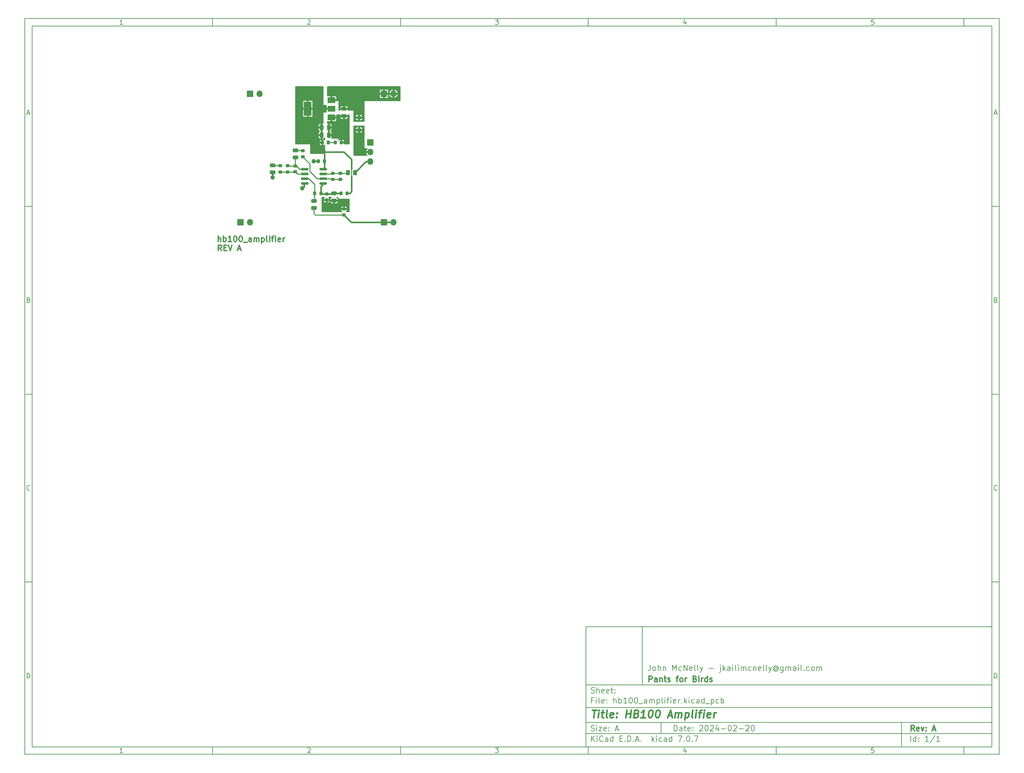
<source format=gbr>
%TF.GenerationSoftware,KiCad,Pcbnew,7.0.7*%
%TF.CreationDate,2024-02-20T22:27:51-08:00*%
%TF.ProjectId,hb100_amplifier,68623130-305f-4616-9d70-6c6966696572,A*%
%TF.SameCoordinates,PX42c1d80PY1c9c380*%
%TF.FileFunction,Copper,L1,Top*%
%TF.FilePolarity,Positive*%
%FSLAX46Y46*%
G04 Gerber Fmt 4.6, Leading zero omitted, Abs format (unit mm)*
G04 Created by KiCad (PCBNEW 7.0.7) date 2024-02-20 22:27:51*
%MOMM*%
%LPD*%
G01*
G04 APERTURE LIST*
G04 Aperture macros list*
%AMRoundRect*
0 Rectangle with rounded corners*
0 $1 Rounding radius*
0 $2 $3 $4 $5 $6 $7 $8 $9 X,Y pos of 4 corners*
0 Add a 4 corners polygon primitive as box body*
4,1,4,$2,$3,$4,$5,$6,$7,$8,$9,$2,$3,0*
0 Add four circle primitives for the rounded corners*
1,1,$1+$1,$2,$3*
1,1,$1+$1,$4,$5*
1,1,$1+$1,$6,$7*
1,1,$1+$1,$8,$9*
0 Add four rect primitives between the rounded corners*
20,1,$1+$1,$2,$3,$4,$5,0*
20,1,$1+$1,$4,$5,$6,$7,0*
20,1,$1+$1,$6,$7,$8,$9,0*
20,1,$1+$1,$8,$9,$2,$3,0*%
G04 Aperture macros list end*
%ADD10C,0.100000*%
%ADD11C,0.150000*%
%ADD12C,0.300000*%
%ADD13C,0.400000*%
%TA.AperFunction,NonConductor*%
%ADD14C,0.300000*%
%TD*%
%TA.AperFunction,SMDPad,CuDef*%
%ADD15RoundRect,0.250000X-0.262500X-0.450000X0.262500X-0.450000X0.262500X0.450000X-0.262500X0.450000X0*%
%TD*%
%TA.AperFunction,SMDPad,CuDef*%
%ADD16RoundRect,0.225000X-0.375000X0.225000X-0.375000X-0.225000X0.375000X-0.225000X0.375000X0.225000X0*%
%TD*%
%TA.AperFunction,SMDPad,CuDef*%
%ADD17RoundRect,0.200000X0.275000X-0.200000X0.275000X0.200000X-0.275000X0.200000X-0.275000X-0.200000X0*%
%TD*%
%TA.AperFunction,SMDPad,CuDef*%
%ADD18RoundRect,0.250000X-0.250000X-0.475000X0.250000X-0.475000X0.250000X0.475000X-0.250000X0.475000X0*%
%TD*%
%TA.AperFunction,SMDPad,CuDef*%
%ADD19RoundRect,0.200000X0.200000X0.275000X-0.200000X0.275000X-0.200000X-0.275000X0.200000X-0.275000X0*%
%TD*%
%TA.AperFunction,ComponentPad*%
%ADD20R,1.700000X1.700000*%
%TD*%
%TA.AperFunction,ComponentPad*%
%ADD21O,1.700000X1.700000*%
%TD*%
%TA.AperFunction,SMDPad,CuDef*%
%ADD22RoundRect,0.250000X-0.475000X0.250000X-0.475000X-0.250000X0.475000X-0.250000X0.475000X0.250000X0*%
%TD*%
%TA.AperFunction,SMDPad,CuDef*%
%ADD23RoundRect,0.250000X0.475000X-0.250000X0.475000X0.250000X-0.475000X0.250000X-0.475000X-0.250000X0*%
%TD*%
%TA.AperFunction,SMDPad,CuDef*%
%ADD24RoundRect,0.200000X-0.275000X0.200000X-0.275000X-0.200000X0.275000X-0.200000X0.275000X0.200000X0*%
%TD*%
%TA.AperFunction,SMDPad,CuDef*%
%ADD25RoundRect,0.200000X-0.200000X-0.275000X0.200000X-0.275000X0.200000X0.275000X-0.200000X0.275000X0*%
%TD*%
%TA.AperFunction,SMDPad,CuDef*%
%ADD26RoundRect,0.225000X0.225000X0.250000X-0.225000X0.250000X-0.225000X-0.250000X0.225000X-0.250000X0*%
%TD*%
%TA.AperFunction,SMDPad,CuDef*%
%ADD27RoundRect,0.218750X0.218750X0.256250X-0.218750X0.256250X-0.218750X-0.256250X0.218750X-0.256250X0*%
%TD*%
%TA.AperFunction,SMDPad,CuDef*%
%ADD28RoundRect,0.150000X-0.825000X-0.150000X0.825000X-0.150000X0.825000X0.150000X-0.825000X0.150000X0*%
%TD*%
%TA.AperFunction,SMDPad,CuDef*%
%ADD29RoundRect,0.225000X0.250000X-0.225000X0.250000X0.225000X-0.250000X0.225000X-0.250000X-0.225000X0*%
%TD*%
%TA.AperFunction,SMDPad,CuDef*%
%ADD30R,2.000000X1.500000*%
%TD*%
%TA.AperFunction,SMDPad,CuDef*%
%ADD31R,2.000000X3.800000*%
%TD*%
%TA.AperFunction,ViaPad*%
%ADD32C,1.200000*%
%TD*%
%TA.AperFunction,Conductor*%
%ADD33C,0.250000*%
%TD*%
%TA.AperFunction,Conductor*%
%ADD34C,0.400000*%
%TD*%
G04 APERTURE END LIST*
D10*
D11*
X89400000Y-141900000D02*
X197400000Y-141900000D01*
X197400000Y-173900000D01*
X89400000Y-173900000D01*
X89400000Y-141900000D01*
D10*
D11*
X-60000000Y20000000D02*
X199400000Y20000000D01*
X199400000Y-175900000D01*
X-60000000Y-175900000D01*
X-60000000Y20000000D01*
D10*
D11*
X-58000000Y18000000D02*
X197400000Y18000000D01*
X197400000Y-173900000D01*
X-58000000Y-173900000D01*
X-58000000Y18000000D01*
D10*
D11*
X-10000000Y18000000D02*
X-10000000Y20000000D01*
D10*
D11*
X40000000Y18000000D02*
X40000000Y20000000D01*
D10*
D11*
X90000000Y18000000D02*
X90000000Y20000000D01*
D10*
D11*
X140000000Y18000000D02*
X140000000Y20000000D01*
D10*
D11*
X190000000Y18000000D02*
X190000000Y20000000D01*
D10*
D11*
X-33910840Y18406396D02*
X-34653697Y18406396D01*
X-34282269Y18406396D02*
X-34282269Y19706396D01*
X-34282269Y19706396D02*
X-34406078Y19520681D01*
X-34406078Y19520681D02*
X-34529888Y19396872D01*
X-34529888Y19396872D02*
X-34653697Y19334967D01*
D10*
D11*
X15346303Y19582586D02*
X15408207Y19644491D01*
X15408207Y19644491D02*
X15532017Y19706396D01*
X15532017Y19706396D02*
X15841541Y19706396D01*
X15841541Y19706396D02*
X15965350Y19644491D01*
X15965350Y19644491D02*
X16027255Y19582586D01*
X16027255Y19582586D02*
X16089160Y19458777D01*
X16089160Y19458777D02*
X16089160Y19334967D01*
X16089160Y19334967D02*
X16027255Y19149253D01*
X16027255Y19149253D02*
X15284398Y18406396D01*
X15284398Y18406396D02*
X16089160Y18406396D01*
D10*
D11*
X65284398Y19706396D02*
X66089160Y19706396D01*
X66089160Y19706396D02*
X65655826Y19211158D01*
X65655826Y19211158D02*
X65841541Y19211158D01*
X65841541Y19211158D02*
X65965350Y19149253D01*
X65965350Y19149253D02*
X66027255Y19087348D01*
X66027255Y19087348D02*
X66089160Y18963539D01*
X66089160Y18963539D02*
X66089160Y18654015D01*
X66089160Y18654015D02*
X66027255Y18530205D01*
X66027255Y18530205D02*
X65965350Y18468300D01*
X65965350Y18468300D02*
X65841541Y18406396D01*
X65841541Y18406396D02*
X65470112Y18406396D01*
X65470112Y18406396D02*
X65346303Y18468300D01*
X65346303Y18468300D02*
X65284398Y18530205D01*
D10*
D11*
X115965350Y19273062D02*
X115965350Y18406396D01*
X115655826Y19768300D02*
X115346303Y18839729D01*
X115346303Y18839729D02*
X116151064Y18839729D01*
D10*
D11*
X166027255Y19706396D02*
X165408207Y19706396D01*
X165408207Y19706396D02*
X165346303Y19087348D01*
X165346303Y19087348D02*
X165408207Y19149253D01*
X165408207Y19149253D02*
X165532017Y19211158D01*
X165532017Y19211158D02*
X165841541Y19211158D01*
X165841541Y19211158D02*
X165965350Y19149253D01*
X165965350Y19149253D02*
X166027255Y19087348D01*
X166027255Y19087348D02*
X166089160Y18963539D01*
X166089160Y18963539D02*
X166089160Y18654015D01*
X166089160Y18654015D02*
X166027255Y18530205D01*
X166027255Y18530205D02*
X165965350Y18468300D01*
X165965350Y18468300D02*
X165841541Y18406396D01*
X165841541Y18406396D02*
X165532017Y18406396D01*
X165532017Y18406396D02*
X165408207Y18468300D01*
X165408207Y18468300D02*
X165346303Y18530205D01*
D10*
D11*
X-10000000Y-173900000D02*
X-10000000Y-175900000D01*
D10*
D11*
X40000000Y-173900000D02*
X40000000Y-175900000D01*
D10*
D11*
X90000000Y-173900000D02*
X90000000Y-175900000D01*
D10*
D11*
X140000000Y-173900000D02*
X140000000Y-175900000D01*
D10*
D11*
X190000000Y-173900000D02*
X190000000Y-175900000D01*
D10*
D11*
X-33910840Y-175493604D02*
X-34653697Y-175493604D01*
X-34282269Y-175493604D02*
X-34282269Y-174193604D01*
X-34282269Y-174193604D02*
X-34406078Y-174379319D01*
X-34406078Y-174379319D02*
X-34529888Y-174503128D01*
X-34529888Y-174503128D02*
X-34653697Y-174565033D01*
D10*
D11*
X15346303Y-174317414D02*
X15408207Y-174255509D01*
X15408207Y-174255509D02*
X15532017Y-174193604D01*
X15532017Y-174193604D02*
X15841541Y-174193604D01*
X15841541Y-174193604D02*
X15965350Y-174255509D01*
X15965350Y-174255509D02*
X16027255Y-174317414D01*
X16027255Y-174317414D02*
X16089160Y-174441223D01*
X16089160Y-174441223D02*
X16089160Y-174565033D01*
X16089160Y-174565033D02*
X16027255Y-174750747D01*
X16027255Y-174750747D02*
X15284398Y-175493604D01*
X15284398Y-175493604D02*
X16089160Y-175493604D01*
D10*
D11*
X65284398Y-174193604D02*
X66089160Y-174193604D01*
X66089160Y-174193604D02*
X65655826Y-174688842D01*
X65655826Y-174688842D02*
X65841541Y-174688842D01*
X65841541Y-174688842D02*
X65965350Y-174750747D01*
X65965350Y-174750747D02*
X66027255Y-174812652D01*
X66027255Y-174812652D02*
X66089160Y-174936461D01*
X66089160Y-174936461D02*
X66089160Y-175245985D01*
X66089160Y-175245985D02*
X66027255Y-175369795D01*
X66027255Y-175369795D02*
X65965350Y-175431700D01*
X65965350Y-175431700D02*
X65841541Y-175493604D01*
X65841541Y-175493604D02*
X65470112Y-175493604D01*
X65470112Y-175493604D02*
X65346303Y-175431700D01*
X65346303Y-175431700D02*
X65284398Y-175369795D01*
D10*
D11*
X115965350Y-174626938D02*
X115965350Y-175493604D01*
X115655826Y-174131700D02*
X115346303Y-175060271D01*
X115346303Y-175060271D02*
X116151064Y-175060271D01*
D10*
D11*
X166027255Y-174193604D02*
X165408207Y-174193604D01*
X165408207Y-174193604D02*
X165346303Y-174812652D01*
X165346303Y-174812652D02*
X165408207Y-174750747D01*
X165408207Y-174750747D02*
X165532017Y-174688842D01*
X165532017Y-174688842D02*
X165841541Y-174688842D01*
X165841541Y-174688842D02*
X165965350Y-174750747D01*
X165965350Y-174750747D02*
X166027255Y-174812652D01*
X166027255Y-174812652D02*
X166089160Y-174936461D01*
X166089160Y-174936461D02*
X166089160Y-175245985D01*
X166089160Y-175245985D02*
X166027255Y-175369795D01*
X166027255Y-175369795D02*
X165965350Y-175431700D01*
X165965350Y-175431700D02*
X165841541Y-175493604D01*
X165841541Y-175493604D02*
X165532017Y-175493604D01*
X165532017Y-175493604D02*
X165408207Y-175431700D01*
X165408207Y-175431700D02*
X165346303Y-175369795D01*
D10*
D11*
X-60000000Y-30000000D02*
X-58000000Y-30000000D01*
D10*
D11*
X-60000000Y-80000000D02*
X-58000000Y-80000000D01*
D10*
D11*
X-60000000Y-130000000D02*
X-58000000Y-130000000D01*
D10*
D11*
X-59309524Y-5222176D02*
X-58690477Y-5222176D01*
X-59433334Y-5593604D02*
X-59000001Y-4293604D01*
X-59000001Y-4293604D02*
X-58566667Y-5593604D01*
D10*
D11*
X-58907143Y-54912652D02*
X-58721429Y-54974557D01*
X-58721429Y-54974557D02*
X-58659524Y-55036461D01*
X-58659524Y-55036461D02*
X-58597620Y-55160271D01*
X-58597620Y-55160271D02*
X-58597620Y-55345985D01*
X-58597620Y-55345985D02*
X-58659524Y-55469795D01*
X-58659524Y-55469795D02*
X-58721429Y-55531700D01*
X-58721429Y-55531700D02*
X-58845239Y-55593604D01*
X-58845239Y-55593604D02*
X-59340477Y-55593604D01*
X-59340477Y-55593604D02*
X-59340477Y-54293604D01*
X-59340477Y-54293604D02*
X-58907143Y-54293604D01*
X-58907143Y-54293604D02*
X-58783334Y-54355509D01*
X-58783334Y-54355509D02*
X-58721429Y-54417414D01*
X-58721429Y-54417414D02*
X-58659524Y-54541223D01*
X-58659524Y-54541223D02*
X-58659524Y-54665033D01*
X-58659524Y-54665033D02*
X-58721429Y-54788842D01*
X-58721429Y-54788842D02*
X-58783334Y-54850747D01*
X-58783334Y-54850747D02*
X-58907143Y-54912652D01*
X-58907143Y-54912652D02*
X-59340477Y-54912652D01*
D10*
D11*
X-58597620Y-105469795D02*
X-58659524Y-105531700D01*
X-58659524Y-105531700D02*
X-58845239Y-105593604D01*
X-58845239Y-105593604D02*
X-58969048Y-105593604D01*
X-58969048Y-105593604D02*
X-59154762Y-105531700D01*
X-59154762Y-105531700D02*
X-59278572Y-105407890D01*
X-59278572Y-105407890D02*
X-59340477Y-105284080D01*
X-59340477Y-105284080D02*
X-59402381Y-105036461D01*
X-59402381Y-105036461D02*
X-59402381Y-104850747D01*
X-59402381Y-104850747D02*
X-59340477Y-104603128D01*
X-59340477Y-104603128D02*
X-59278572Y-104479319D01*
X-59278572Y-104479319D02*
X-59154762Y-104355509D01*
X-59154762Y-104355509D02*
X-58969048Y-104293604D01*
X-58969048Y-104293604D02*
X-58845239Y-104293604D01*
X-58845239Y-104293604D02*
X-58659524Y-104355509D01*
X-58659524Y-104355509D02*
X-58597620Y-104417414D01*
D10*
D11*
X-59340477Y-155593604D02*
X-59340477Y-154293604D01*
X-59340477Y-154293604D02*
X-59030953Y-154293604D01*
X-59030953Y-154293604D02*
X-58845239Y-154355509D01*
X-58845239Y-154355509D02*
X-58721429Y-154479319D01*
X-58721429Y-154479319D02*
X-58659524Y-154603128D01*
X-58659524Y-154603128D02*
X-58597620Y-154850747D01*
X-58597620Y-154850747D02*
X-58597620Y-155036461D01*
X-58597620Y-155036461D02*
X-58659524Y-155284080D01*
X-58659524Y-155284080D02*
X-58721429Y-155407890D01*
X-58721429Y-155407890D02*
X-58845239Y-155531700D01*
X-58845239Y-155531700D02*
X-59030953Y-155593604D01*
X-59030953Y-155593604D02*
X-59340477Y-155593604D01*
D10*
D11*
X199400000Y-30000000D02*
X197400000Y-30000000D01*
D10*
D11*
X199400000Y-80000000D02*
X197400000Y-80000000D01*
D10*
D11*
X199400000Y-130000000D02*
X197400000Y-130000000D01*
D10*
D11*
X198090476Y-5222176D02*
X198709523Y-5222176D01*
X197966666Y-5593604D02*
X198399999Y-4293604D01*
X198399999Y-4293604D02*
X198833333Y-5593604D01*
D10*
D11*
X198492857Y-54912652D02*
X198678571Y-54974557D01*
X198678571Y-54974557D02*
X198740476Y-55036461D01*
X198740476Y-55036461D02*
X198802380Y-55160271D01*
X198802380Y-55160271D02*
X198802380Y-55345985D01*
X198802380Y-55345985D02*
X198740476Y-55469795D01*
X198740476Y-55469795D02*
X198678571Y-55531700D01*
X198678571Y-55531700D02*
X198554761Y-55593604D01*
X198554761Y-55593604D02*
X198059523Y-55593604D01*
X198059523Y-55593604D02*
X198059523Y-54293604D01*
X198059523Y-54293604D02*
X198492857Y-54293604D01*
X198492857Y-54293604D02*
X198616666Y-54355509D01*
X198616666Y-54355509D02*
X198678571Y-54417414D01*
X198678571Y-54417414D02*
X198740476Y-54541223D01*
X198740476Y-54541223D02*
X198740476Y-54665033D01*
X198740476Y-54665033D02*
X198678571Y-54788842D01*
X198678571Y-54788842D02*
X198616666Y-54850747D01*
X198616666Y-54850747D02*
X198492857Y-54912652D01*
X198492857Y-54912652D02*
X198059523Y-54912652D01*
D10*
D11*
X198802380Y-105469795D02*
X198740476Y-105531700D01*
X198740476Y-105531700D02*
X198554761Y-105593604D01*
X198554761Y-105593604D02*
X198430952Y-105593604D01*
X198430952Y-105593604D02*
X198245238Y-105531700D01*
X198245238Y-105531700D02*
X198121428Y-105407890D01*
X198121428Y-105407890D02*
X198059523Y-105284080D01*
X198059523Y-105284080D02*
X197997619Y-105036461D01*
X197997619Y-105036461D02*
X197997619Y-104850747D01*
X197997619Y-104850747D02*
X198059523Y-104603128D01*
X198059523Y-104603128D02*
X198121428Y-104479319D01*
X198121428Y-104479319D02*
X198245238Y-104355509D01*
X198245238Y-104355509D02*
X198430952Y-104293604D01*
X198430952Y-104293604D02*
X198554761Y-104293604D01*
X198554761Y-104293604D02*
X198740476Y-104355509D01*
X198740476Y-104355509D02*
X198802380Y-104417414D01*
D10*
D11*
X198059523Y-155593604D02*
X198059523Y-154293604D01*
X198059523Y-154293604D02*
X198369047Y-154293604D01*
X198369047Y-154293604D02*
X198554761Y-154355509D01*
X198554761Y-154355509D02*
X198678571Y-154479319D01*
X198678571Y-154479319D02*
X198740476Y-154603128D01*
X198740476Y-154603128D02*
X198802380Y-154850747D01*
X198802380Y-154850747D02*
X198802380Y-155036461D01*
X198802380Y-155036461D02*
X198740476Y-155284080D01*
X198740476Y-155284080D02*
X198678571Y-155407890D01*
X198678571Y-155407890D02*
X198554761Y-155531700D01*
X198554761Y-155531700D02*
X198369047Y-155593604D01*
X198369047Y-155593604D02*
X198059523Y-155593604D01*
D10*
D11*
X112855826Y-169686128D02*
X112855826Y-168186128D01*
X112855826Y-168186128D02*
X113212969Y-168186128D01*
X113212969Y-168186128D02*
X113427255Y-168257557D01*
X113427255Y-168257557D02*
X113570112Y-168400414D01*
X113570112Y-168400414D02*
X113641541Y-168543271D01*
X113641541Y-168543271D02*
X113712969Y-168828985D01*
X113712969Y-168828985D02*
X113712969Y-169043271D01*
X113712969Y-169043271D02*
X113641541Y-169328985D01*
X113641541Y-169328985D02*
X113570112Y-169471842D01*
X113570112Y-169471842D02*
X113427255Y-169614700D01*
X113427255Y-169614700D02*
X113212969Y-169686128D01*
X113212969Y-169686128D02*
X112855826Y-169686128D01*
X114998684Y-169686128D02*
X114998684Y-168900414D01*
X114998684Y-168900414D02*
X114927255Y-168757557D01*
X114927255Y-168757557D02*
X114784398Y-168686128D01*
X114784398Y-168686128D02*
X114498684Y-168686128D01*
X114498684Y-168686128D02*
X114355826Y-168757557D01*
X114998684Y-169614700D02*
X114855826Y-169686128D01*
X114855826Y-169686128D02*
X114498684Y-169686128D01*
X114498684Y-169686128D02*
X114355826Y-169614700D01*
X114355826Y-169614700D02*
X114284398Y-169471842D01*
X114284398Y-169471842D02*
X114284398Y-169328985D01*
X114284398Y-169328985D02*
X114355826Y-169186128D01*
X114355826Y-169186128D02*
X114498684Y-169114700D01*
X114498684Y-169114700D02*
X114855826Y-169114700D01*
X114855826Y-169114700D02*
X114998684Y-169043271D01*
X115498684Y-168686128D02*
X116070112Y-168686128D01*
X115712969Y-168186128D02*
X115712969Y-169471842D01*
X115712969Y-169471842D02*
X115784398Y-169614700D01*
X115784398Y-169614700D02*
X115927255Y-169686128D01*
X115927255Y-169686128D02*
X116070112Y-169686128D01*
X117141541Y-169614700D02*
X116998684Y-169686128D01*
X116998684Y-169686128D02*
X116712970Y-169686128D01*
X116712970Y-169686128D02*
X116570112Y-169614700D01*
X116570112Y-169614700D02*
X116498684Y-169471842D01*
X116498684Y-169471842D02*
X116498684Y-168900414D01*
X116498684Y-168900414D02*
X116570112Y-168757557D01*
X116570112Y-168757557D02*
X116712970Y-168686128D01*
X116712970Y-168686128D02*
X116998684Y-168686128D01*
X116998684Y-168686128D02*
X117141541Y-168757557D01*
X117141541Y-168757557D02*
X117212970Y-168900414D01*
X117212970Y-168900414D02*
X117212970Y-169043271D01*
X117212970Y-169043271D02*
X116498684Y-169186128D01*
X117855826Y-169543271D02*
X117927255Y-169614700D01*
X117927255Y-169614700D02*
X117855826Y-169686128D01*
X117855826Y-169686128D02*
X117784398Y-169614700D01*
X117784398Y-169614700D02*
X117855826Y-169543271D01*
X117855826Y-169543271D02*
X117855826Y-169686128D01*
X117855826Y-168757557D02*
X117927255Y-168828985D01*
X117927255Y-168828985D02*
X117855826Y-168900414D01*
X117855826Y-168900414D02*
X117784398Y-168828985D01*
X117784398Y-168828985D02*
X117855826Y-168757557D01*
X117855826Y-168757557D02*
X117855826Y-168900414D01*
X119641541Y-168328985D02*
X119712969Y-168257557D01*
X119712969Y-168257557D02*
X119855827Y-168186128D01*
X119855827Y-168186128D02*
X120212969Y-168186128D01*
X120212969Y-168186128D02*
X120355827Y-168257557D01*
X120355827Y-168257557D02*
X120427255Y-168328985D01*
X120427255Y-168328985D02*
X120498684Y-168471842D01*
X120498684Y-168471842D02*
X120498684Y-168614700D01*
X120498684Y-168614700D02*
X120427255Y-168828985D01*
X120427255Y-168828985D02*
X119570112Y-169686128D01*
X119570112Y-169686128D02*
X120498684Y-169686128D01*
X121427255Y-168186128D02*
X121570112Y-168186128D01*
X121570112Y-168186128D02*
X121712969Y-168257557D01*
X121712969Y-168257557D02*
X121784398Y-168328985D01*
X121784398Y-168328985D02*
X121855826Y-168471842D01*
X121855826Y-168471842D02*
X121927255Y-168757557D01*
X121927255Y-168757557D02*
X121927255Y-169114700D01*
X121927255Y-169114700D02*
X121855826Y-169400414D01*
X121855826Y-169400414D02*
X121784398Y-169543271D01*
X121784398Y-169543271D02*
X121712969Y-169614700D01*
X121712969Y-169614700D02*
X121570112Y-169686128D01*
X121570112Y-169686128D02*
X121427255Y-169686128D01*
X121427255Y-169686128D02*
X121284398Y-169614700D01*
X121284398Y-169614700D02*
X121212969Y-169543271D01*
X121212969Y-169543271D02*
X121141540Y-169400414D01*
X121141540Y-169400414D02*
X121070112Y-169114700D01*
X121070112Y-169114700D02*
X121070112Y-168757557D01*
X121070112Y-168757557D02*
X121141540Y-168471842D01*
X121141540Y-168471842D02*
X121212969Y-168328985D01*
X121212969Y-168328985D02*
X121284398Y-168257557D01*
X121284398Y-168257557D02*
X121427255Y-168186128D01*
X122498683Y-168328985D02*
X122570111Y-168257557D01*
X122570111Y-168257557D02*
X122712969Y-168186128D01*
X122712969Y-168186128D02*
X123070111Y-168186128D01*
X123070111Y-168186128D02*
X123212969Y-168257557D01*
X123212969Y-168257557D02*
X123284397Y-168328985D01*
X123284397Y-168328985D02*
X123355826Y-168471842D01*
X123355826Y-168471842D02*
X123355826Y-168614700D01*
X123355826Y-168614700D02*
X123284397Y-168828985D01*
X123284397Y-168828985D02*
X122427254Y-169686128D01*
X122427254Y-169686128D02*
X123355826Y-169686128D01*
X124641540Y-168686128D02*
X124641540Y-169686128D01*
X124284397Y-168114700D02*
X123927254Y-169186128D01*
X123927254Y-169186128D02*
X124855825Y-169186128D01*
X125427253Y-169114700D02*
X126570111Y-169114700D01*
X127570111Y-168186128D02*
X127712968Y-168186128D01*
X127712968Y-168186128D02*
X127855825Y-168257557D01*
X127855825Y-168257557D02*
X127927254Y-168328985D01*
X127927254Y-168328985D02*
X127998682Y-168471842D01*
X127998682Y-168471842D02*
X128070111Y-168757557D01*
X128070111Y-168757557D02*
X128070111Y-169114700D01*
X128070111Y-169114700D02*
X127998682Y-169400414D01*
X127998682Y-169400414D02*
X127927254Y-169543271D01*
X127927254Y-169543271D02*
X127855825Y-169614700D01*
X127855825Y-169614700D02*
X127712968Y-169686128D01*
X127712968Y-169686128D02*
X127570111Y-169686128D01*
X127570111Y-169686128D02*
X127427254Y-169614700D01*
X127427254Y-169614700D02*
X127355825Y-169543271D01*
X127355825Y-169543271D02*
X127284396Y-169400414D01*
X127284396Y-169400414D02*
X127212968Y-169114700D01*
X127212968Y-169114700D02*
X127212968Y-168757557D01*
X127212968Y-168757557D02*
X127284396Y-168471842D01*
X127284396Y-168471842D02*
X127355825Y-168328985D01*
X127355825Y-168328985D02*
X127427254Y-168257557D01*
X127427254Y-168257557D02*
X127570111Y-168186128D01*
X128641539Y-168328985D02*
X128712967Y-168257557D01*
X128712967Y-168257557D02*
X128855825Y-168186128D01*
X128855825Y-168186128D02*
X129212967Y-168186128D01*
X129212967Y-168186128D02*
X129355825Y-168257557D01*
X129355825Y-168257557D02*
X129427253Y-168328985D01*
X129427253Y-168328985D02*
X129498682Y-168471842D01*
X129498682Y-168471842D02*
X129498682Y-168614700D01*
X129498682Y-168614700D02*
X129427253Y-168828985D01*
X129427253Y-168828985D02*
X128570110Y-169686128D01*
X128570110Y-169686128D02*
X129498682Y-169686128D01*
X130141538Y-169114700D02*
X131284396Y-169114700D01*
X131927253Y-168328985D02*
X131998681Y-168257557D01*
X131998681Y-168257557D02*
X132141539Y-168186128D01*
X132141539Y-168186128D02*
X132498681Y-168186128D01*
X132498681Y-168186128D02*
X132641539Y-168257557D01*
X132641539Y-168257557D02*
X132712967Y-168328985D01*
X132712967Y-168328985D02*
X132784396Y-168471842D01*
X132784396Y-168471842D02*
X132784396Y-168614700D01*
X132784396Y-168614700D02*
X132712967Y-168828985D01*
X132712967Y-168828985D02*
X131855824Y-169686128D01*
X131855824Y-169686128D02*
X132784396Y-169686128D01*
X133712967Y-168186128D02*
X133855824Y-168186128D01*
X133855824Y-168186128D02*
X133998681Y-168257557D01*
X133998681Y-168257557D02*
X134070110Y-168328985D01*
X134070110Y-168328985D02*
X134141538Y-168471842D01*
X134141538Y-168471842D02*
X134212967Y-168757557D01*
X134212967Y-168757557D02*
X134212967Y-169114700D01*
X134212967Y-169114700D02*
X134141538Y-169400414D01*
X134141538Y-169400414D02*
X134070110Y-169543271D01*
X134070110Y-169543271D02*
X133998681Y-169614700D01*
X133998681Y-169614700D02*
X133855824Y-169686128D01*
X133855824Y-169686128D02*
X133712967Y-169686128D01*
X133712967Y-169686128D02*
X133570110Y-169614700D01*
X133570110Y-169614700D02*
X133498681Y-169543271D01*
X133498681Y-169543271D02*
X133427252Y-169400414D01*
X133427252Y-169400414D02*
X133355824Y-169114700D01*
X133355824Y-169114700D02*
X133355824Y-168757557D01*
X133355824Y-168757557D02*
X133427252Y-168471842D01*
X133427252Y-168471842D02*
X133498681Y-168328985D01*
X133498681Y-168328985D02*
X133570110Y-168257557D01*
X133570110Y-168257557D02*
X133712967Y-168186128D01*
D10*
D11*
X89400000Y-170400000D02*
X197400000Y-170400000D01*
D10*
D11*
X90855826Y-172486128D02*
X90855826Y-170986128D01*
X91712969Y-172486128D02*
X91070112Y-171628985D01*
X91712969Y-170986128D02*
X90855826Y-171843271D01*
X92355826Y-172486128D02*
X92355826Y-171486128D01*
X92355826Y-170986128D02*
X92284398Y-171057557D01*
X92284398Y-171057557D02*
X92355826Y-171128985D01*
X92355826Y-171128985D02*
X92427255Y-171057557D01*
X92427255Y-171057557D02*
X92355826Y-170986128D01*
X92355826Y-170986128D02*
X92355826Y-171128985D01*
X93927255Y-172343271D02*
X93855827Y-172414700D01*
X93855827Y-172414700D02*
X93641541Y-172486128D01*
X93641541Y-172486128D02*
X93498684Y-172486128D01*
X93498684Y-172486128D02*
X93284398Y-172414700D01*
X93284398Y-172414700D02*
X93141541Y-172271842D01*
X93141541Y-172271842D02*
X93070112Y-172128985D01*
X93070112Y-172128985D02*
X92998684Y-171843271D01*
X92998684Y-171843271D02*
X92998684Y-171628985D01*
X92998684Y-171628985D02*
X93070112Y-171343271D01*
X93070112Y-171343271D02*
X93141541Y-171200414D01*
X93141541Y-171200414D02*
X93284398Y-171057557D01*
X93284398Y-171057557D02*
X93498684Y-170986128D01*
X93498684Y-170986128D02*
X93641541Y-170986128D01*
X93641541Y-170986128D02*
X93855827Y-171057557D01*
X93855827Y-171057557D02*
X93927255Y-171128985D01*
X95212970Y-172486128D02*
X95212970Y-171700414D01*
X95212970Y-171700414D02*
X95141541Y-171557557D01*
X95141541Y-171557557D02*
X94998684Y-171486128D01*
X94998684Y-171486128D02*
X94712970Y-171486128D01*
X94712970Y-171486128D02*
X94570112Y-171557557D01*
X95212970Y-172414700D02*
X95070112Y-172486128D01*
X95070112Y-172486128D02*
X94712970Y-172486128D01*
X94712970Y-172486128D02*
X94570112Y-172414700D01*
X94570112Y-172414700D02*
X94498684Y-172271842D01*
X94498684Y-172271842D02*
X94498684Y-172128985D01*
X94498684Y-172128985D02*
X94570112Y-171986128D01*
X94570112Y-171986128D02*
X94712970Y-171914700D01*
X94712970Y-171914700D02*
X95070112Y-171914700D01*
X95070112Y-171914700D02*
X95212970Y-171843271D01*
X96570113Y-172486128D02*
X96570113Y-170986128D01*
X96570113Y-172414700D02*
X96427255Y-172486128D01*
X96427255Y-172486128D02*
X96141541Y-172486128D01*
X96141541Y-172486128D02*
X95998684Y-172414700D01*
X95998684Y-172414700D02*
X95927255Y-172343271D01*
X95927255Y-172343271D02*
X95855827Y-172200414D01*
X95855827Y-172200414D02*
X95855827Y-171771842D01*
X95855827Y-171771842D02*
X95927255Y-171628985D01*
X95927255Y-171628985D02*
X95998684Y-171557557D01*
X95998684Y-171557557D02*
X96141541Y-171486128D01*
X96141541Y-171486128D02*
X96427255Y-171486128D01*
X96427255Y-171486128D02*
X96570113Y-171557557D01*
X98427255Y-171700414D02*
X98927255Y-171700414D01*
X99141541Y-172486128D02*
X98427255Y-172486128D01*
X98427255Y-172486128D02*
X98427255Y-170986128D01*
X98427255Y-170986128D02*
X99141541Y-170986128D01*
X99784398Y-172343271D02*
X99855827Y-172414700D01*
X99855827Y-172414700D02*
X99784398Y-172486128D01*
X99784398Y-172486128D02*
X99712970Y-172414700D01*
X99712970Y-172414700D02*
X99784398Y-172343271D01*
X99784398Y-172343271D02*
X99784398Y-172486128D01*
X100498684Y-172486128D02*
X100498684Y-170986128D01*
X100498684Y-170986128D02*
X100855827Y-170986128D01*
X100855827Y-170986128D02*
X101070113Y-171057557D01*
X101070113Y-171057557D02*
X101212970Y-171200414D01*
X101212970Y-171200414D02*
X101284399Y-171343271D01*
X101284399Y-171343271D02*
X101355827Y-171628985D01*
X101355827Y-171628985D02*
X101355827Y-171843271D01*
X101355827Y-171843271D02*
X101284399Y-172128985D01*
X101284399Y-172128985D02*
X101212970Y-172271842D01*
X101212970Y-172271842D02*
X101070113Y-172414700D01*
X101070113Y-172414700D02*
X100855827Y-172486128D01*
X100855827Y-172486128D02*
X100498684Y-172486128D01*
X101998684Y-172343271D02*
X102070113Y-172414700D01*
X102070113Y-172414700D02*
X101998684Y-172486128D01*
X101998684Y-172486128D02*
X101927256Y-172414700D01*
X101927256Y-172414700D02*
X101998684Y-172343271D01*
X101998684Y-172343271D02*
X101998684Y-172486128D01*
X102641542Y-172057557D02*
X103355828Y-172057557D01*
X102498685Y-172486128D02*
X102998685Y-170986128D01*
X102998685Y-170986128D02*
X103498685Y-172486128D01*
X103998684Y-172343271D02*
X104070113Y-172414700D01*
X104070113Y-172414700D02*
X103998684Y-172486128D01*
X103998684Y-172486128D02*
X103927256Y-172414700D01*
X103927256Y-172414700D02*
X103998684Y-172343271D01*
X103998684Y-172343271D02*
X103998684Y-172486128D01*
X106998684Y-172486128D02*
X106998684Y-170986128D01*
X107141542Y-171914700D02*
X107570113Y-172486128D01*
X107570113Y-171486128D02*
X106998684Y-172057557D01*
X108212970Y-172486128D02*
X108212970Y-171486128D01*
X108212970Y-170986128D02*
X108141542Y-171057557D01*
X108141542Y-171057557D02*
X108212970Y-171128985D01*
X108212970Y-171128985D02*
X108284399Y-171057557D01*
X108284399Y-171057557D02*
X108212970Y-170986128D01*
X108212970Y-170986128D02*
X108212970Y-171128985D01*
X109570114Y-172414700D02*
X109427256Y-172486128D01*
X109427256Y-172486128D02*
X109141542Y-172486128D01*
X109141542Y-172486128D02*
X108998685Y-172414700D01*
X108998685Y-172414700D02*
X108927256Y-172343271D01*
X108927256Y-172343271D02*
X108855828Y-172200414D01*
X108855828Y-172200414D02*
X108855828Y-171771842D01*
X108855828Y-171771842D02*
X108927256Y-171628985D01*
X108927256Y-171628985D02*
X108998685Y-171557557D01*
X108998685Y-171557557D02*
X109141542Y-171486128D01*
X109141542Y-171486128D02*
X109427256Y-171486128D01*
X109427256Y-171486128D02*
X109570114Y-171557557D01*
X110855828Y-172486128D02*
X110855828Y-171700414D01*
X110855828Y-171700414D02*
X110784399Y-171557557D01*
X110784399Y-171557557D02*
X110641542Y-171486128D01*
X110641542Y-171486128D02*
X110355828Y-171486128D01*
X110355828Y-171486128D02*
X110212970Y-171557557D01*
X110855828Y-172414700D02*
X110712970Y-172486128D01*
X110712970Y-172486128D02*
X110355828Y-172486128D01*
X110355828Y-172486128D02*
X110212970Y-172414700D01*
X110212970Y-172414700D02*
X110141542Y-172271842D01*
X110141542Y-172271842D02*
X110141542Y-172128985D01*
X110141542Y-172128985D02*
X110212970Y-171986128D01*
X110212970Y-171986128D02*
X110355828Y-171914700D01*
X110355828Y-171914700D02*
X110712970Y-171914700D01*
X110712970Y-171914700D02*
X110855828Y-171843271D01*
X112212971Y-172486128D02*
X112212971Y-170986128D01*
X112212971Y-172414700D02*
X112070113Y-172486128D01*
X112070113Y-172486128D02*
X111784399Y-172486128D01*
X111784399Y-172486128D02*
X111641542Y-172414700D01*
X111641542Y-172414700D02*
X111570113Y-172343271D01*
X111570113Y-172343271D02*
X111498685Y-172200414D01*
X111498685Y-172200414D02*
X111498685Y-171771842D01*
X111498685Y-171771842D02*
X111570113Y-171628985D01*
X111570113Y-171628985D02*
X111641542Y-171557557D01*
X111641542Y-171557557D02*
X111784399Y-171486128D01*
X111784399Y-171486128D02*
X112070113Y-171486128D01*
X112070113Y-171486128D02*
X112212971Y-171557557D01*
X113927256Y-170986128D02*
X114927256Y-170986128D01*
X114927256Y-170986128D02*
X114284399Y-172486128D01*
X115498684Y-172343271D02*
X115570113Y-172414700D01*
X115570113Y-172414700D02*
X115498684Y-172486128D01*
X115498684Y-172486128D02*
X115427256Y-172414700D01*
X115427256Y-172414700D02*
X115498684Y-172343271D01*
X115498684Y-172343271D02*
X115498684Y-172486128D01*
X116498685Y-170986128D02*
X116641542Y-170986128D01*
X116641542Y-170986128D02*
X116784399Y-171057557D01*
X116784399Y-171057557D02*
X116855828Y-171128985D01*
X116855828Y-171128985D02*
X116927256Y-171271842D01*
X116927256Y-171271842D02*
X116998685Y-171557557D01*
X116998685Y-171557557D02*
X116998685Y-171914700D01*
X116998685Y-171914700D02*
X116927256Y-172200414D01*
X116927256Y-172200414D02*
X116855828Y-172343271D01*
X116855828Y-172343271D02*
X116784399Y-172414700D01*
X116784399Y-172414700D02*
X116641542Y-172486128D01*
X116641542Y-172486128D02*
X116498685Y-172486128D01*
X116498685Y-172486128D02*
X116355828Y-172414700D01*
X116355828Y-172414700D02*
X116284399Y-172343271D01*
X116284399Y-172343271D02*
X116212970Y-172200414D01*
X116212970Y-172200414D02*
X116141542Y-171914700D01*
X116141542Y-171914700D02*
X116141542Y-171557557D01*
X116141542Y-171557557D02*
X116212970Y-171271842D01*
X116212970Y-171271842D02*
X116284399Y-171128985D01*
X116284399Y-171128985D02*
X116355828Y-171057557D01*
X116355828Y-171057557D02*
X116498685Y-170986128D01*
X117641541Y-172343271D02*
X117712970Y-172414700D01*
X117712970Y-172414700D02*
X117641541Y-172486128D01*
X117641541Y-172486128D02*
X117570113Y-172414700D01*
X117570113Y-172414700D02*
X117641541Y-172343271D01*
X117641541Y-172343271D02*
X117641541Y-172486128D01*
X118212970Y-170986128D02*
X119212970Y-170986128D01*
X119212970Y-170986128D02*
X118570113Y-172486128D01*
D10*
D11*
X89400000Y-167400000D02*
X197400000Y-167400000D01*
D10*
D12*
X176811653Y-169678328D02*
X176311653Y-168964042D01*
X175954510Y-169678328D02*
X175954510Y-168178328D01*
X175954510Y-168178328D02*
X176525939Y-168178328D01*
X176525939Y-168178328D02*
X176668796Y-168249757D01*
X176668796Y-168249757D02*
X176740225Y-168321185D01*
X176740225Y-168321185D02*
X176811653Y-168464042D01*
X176811653Y-168464042D02*
X176811653Y-168678328D01*
X176811653Y-168678328D02*
X176740225Y-168821185D01*
X176740225Y-168821185D02*
X176668796Y-168892614D01*
X176668796Y-168892614D02*
X176525939Y-168964042D01*
X176525939Y-168964042D02*
X175954510Y-168964042D01*
X178025939Y-169606900D02*
X177883082Y-169678328D01*
X177883082Y-169678328D02*
X177597368Y-169678328D01*
X177597368Y-169678328D02*
X177454510Y-169606900D01*
X177454510Y-169606900D02*
X177383082Y-169464042D01*
X177383082Y-169464042D02*
X177383082Y-168892614D01*
X177383082Y-168892614D02*
X177454510Y-168749757D01*
X177454510Y-168749757D02*
X177597368Y-168678328D01*
X177597368Y-168678328D02*
X177883082Y-168678328D01*
X177883082Y-168678328D02*
X178025939Y-168749757D01*
X178025939Y-168749757D02*
X178097368Y-168892614D01*
X178097368Y-168892614D02*
X178097368Y-169035471D01*
X178097368Y-169035471D02*
X177383082Y-169178328D01*
X178597367Y-168678328D02*
X178954510Y-169678328D01*
X178954510Y-169678328D02*
X179311653Y-168678328D01*
X179883081Y-169535471D02*
X179954510Y-169606900D01*
X179954510Y-169606900D02*
X179883081Y-169678328D01*
X179883081Y-169678328D02*
X179811653Y-169606900D01*
X179811653Y-169606900D02*
X179883081Y-169535471D01*
X179883081Y-169535471D02*
X179883081Y-169678328D01*
X179883081Y-168749757D02*
X179954510Y-168821185D01*
X179954510Y-168821185D02*
X179883081Y-168892614D01*
X179883081Y-168892614D02*
X179811653Y-168821185D01*
X179811653Y-168821185D02*
X179883081Y-168749757D01*
X179883081Y-168749757D02*
X179883081Y-168892614D01*
X181668796Y-169249757D02*
X182383082Y-169249757D01*
X181525939Y-169678328D02*
X182025939Y-168178328D01*
X182025939Y-168178328D02*
X182525939Y-169678328D01*
D10*
D11*
X90784398Y-169614700D02*
X90998684Y-169686128D01*
X90998684Y-169686128D02*
X91355826Y-169686128D01*
X91355826Y-169686128D02*
X91498684Y-169614700D01*
X91498684Y-169614700D02*
X91570112Y-169543271D01*
X91570112Y-169543271D02*
X91641541Y-169400414D01*
X91641541Y-169400414D02*
X91641541Y-169257557D01*
X91641541Y-169257557D02*
X91570112Y-169114700D01*
X91570112Y-169114700D02*
X91498684Y-169043271D01*
X91498684Y-169043271D02*
X91355826Y-168971842D01*
X91355826Y-168971842D02*
X91070112Y-168900414D01*
X91070112Y-168900414D02*
X90927255Y-168828985D01*
X90927255Y-168828985D02*
X90855826Y-168757557D01*
X90855826Y-168757557D02*
X90784398Y-168614700D01*
X90784398Y-168614700D02*
X90784398Y-168471842D01*
X90784398Y-168471842D02*
X90855826Y-168328985D01*
X90855826Y-168328985D02*
X90927255Y-168257557D01*
X90927255Y-168257557D02*
X91070112Y-168186128D01*
X91070112Y-168186128D02*
X91427255Y-168186128D01*
X91427255Y-168186128D02*
X91641541Y-168257557D01*
X92284397Y-169686128D02*
X92284397Y-168686128D01*
X92284397Y-168186128D02*
X92212969Y-168257557D01*
X92212969Y-168257557D02*
X92284397Y-168328985D01*
X92284397Y-168328985D02*
X92355826Y-168257557D01*
X92355826Y-168257557D02*
X92284397Y-168186128D01*
X92284397Y-168186128D02*
X92284397Y-168328985D01*
X92855826Y-168686128D02*
X93641541Y-168686128D01*
X93641541Y-168686128D02*
X92855826Y-169686128D01*
X92855826Y-169686128D02*
X93641541Y-169686128D01*
X94784398Y-169614700D02*
X94641541Y-169686128D01*
X94641541Y-169686128D02*
X94355827Y-169686128D01*
X94355827Y-169686128D02*
X94212969Y-169614700D01*
X94212969Y-169614700D02*
X94141541Y-169471842D01*
X94141541Y-169471842D02*
X94141541Y-168900414D01*
X94141541Y-168900414D02*
X94212969Y-168757557D01*
X94212969Y-168757557D02*
X94355827Y-168686128D01*
X94355827Y-168686128D02*
X94641541Y-168686128D01*
X94641541Y-168686128D02*
X94784398Y-168757557D01*
X94784398Y-168757557D02*
X94855827Y-168900414D01*
X94855827Y-168900414D02*
X94855827Y-169043271D01*
X94855827Y-169043271D02*
X94141541Y-169186128D01*
X95498683Y-169543271D02*
X95570112Y-169614700D01*
X95570112Y-169614700D02*
X95498683Y-169686128D01*
X95498683Y-169686128D02*
X95427255Y-169614700D01*
X95427255Y-169614700D02*
X95498683Y-169543271D01*
X95498683Y-169543271D02*
X95498683Y-169686128D01*
X95498683Y-168757557D02*
X95570112Y-168828985D01*
X95570112Y-168828985D02*
X95498683Y-168900414D01*
X95498683Y-168900414D02*
X95427255Y-168828985D01*
X95427255Y-168828985D02*
X95498683Y-168757557D01*
X95498683Y-168757557D02*
X95498683Y-168900414D01*
X97284398Y-169257557D02*
X97998684Y-169257557D01*
X97141541Y-169686128D02*
X97641541Y-168186128D01*
X97641541Y-168186128D02*
X98141541Y-169686128D01*
D10*
D11*
X175855826Y-172486128D02*
X175855826Y-170986128D01*
X177212970Y-172486128D02*
X177212970Y-170986128D01*
X177212970Y-172414700D02*
X177070112Y-172486128D01*
X177070112Y-172486128D02*
X176784398Y-172486128D01*
X176784398Y-172486128D02*
X176641541Y-172414700D01*
X176641541Y-172414700D02*
X176570112Y-172343271D01*
X176570112Y-172343271D02*
X176498684Y-172200414D01*
X176498684Y-172200414D02*
X176498684Y-171771842D01*
X176498684Y-171771842D02*
X176570112Y-171628985D01*
X176570112Y-171628985D02*
X176641541Y-171557557D01*
X176641541Y-171557557D02*
X176784398Y-171486128D01*
X176784398Y-171486128D02*
X177070112Y-171486128D01*
X177070112Y-171486128D02*
X177212970Y-171557557D01*
X177927255Y-172343271D02*
X177998684Y-172414700D01*
X177998684Y-172414700D02*
X177927255Y-172486128D01*
X177927255Y-172486128D02*
X177855827Y-172414700D01*
X177855827Y-172414700D02*
X177927255Y-172343271D01*
X177927255Y-172343271D02*
X177927255Y-172486128D01*
X177927255Y-171557557D02*
X177998684Y-171628985D01*
X177998684Y-171628985D02*
X177927255Y-171700414D01*
X177927255Y-171700414D02*
X177855827Y-171628985D01*
X177855827Y-171628985D02*
X177927255Y-171557557D01*
X177927255Y-171557557D02*
X177927255Y-171700414D01*
X180570113Y-172486128D02*
X179712970Y-172486128D01*
X180141541Y-172486128D02*
X180141541Y-170986128D01*
X180141541Y-170986128D02*
X179998684Y-171200414D01*
X179998684Y-171200414D02*
X179855827Y-171343271D01*
X179855827Y-171343271D02*
X179712970Y-171414700D01*
X182284398Y-170914700D02*
X180998684Y-172843271D01*
X183570113Y-172486128D02*
X182712970Y-172486128D01*
X183141541Y-172486128D02*
X183141541Y-170986128D01*
X183141541Y-170986128D02*
X182998684Y-171200414D01*
X182998684Y-171200414D02*
X182855827Y-171343271D01*
X182855827Y-171343271D02*
X182712970Y-171414700D01*
D10*
D11*
X89400000Y-163400000D02*
X197400000Y-163400000D01*
D10*
D13*
X91091728Y-164104438D02*
X92234585Y-164104438D01*
X91413157Y-166104438D02*
X91663157Y-164104438D01*
X92651252Y-166104438D02*
X92817919Y-164771104D01*
X92901252Y-164104438D02*
X92794109Y-164199676D01*
X92794109Y-164199676D02*
X92877443Y-164294914D01*
X92877443Y-164294914D02*
X92984586Y-164199676D01*
X92984586Y-164199676D02*
X92901252Y-164104438D01*
X92901252Y-164104438D02*
X92877443Y-164294914D01*
X93484586Y-164771104D02*
X94246490Y-164771104D01*
X93853633Y-164104438D02*
X93639348Y-165818723D01*
X93639348Y-165818723D02*
X93710776Y-166009200D01*
X93710776Y-166009200D02*
X93889348Y-166104438D01*
X93889348Y-166104438D02*
X94079824Y-166104438D01*
X95032205Y-166104438D02*
X94853633Y-166009200D01*
X94853633Y-166009200D02*
X94782205Y-165818723D01*
X94782205Y-165818723D02*
X94996490Y-164104438D01*
X96567919Y-166009200D02*
X96365538Y-166104438D01*
X96365538Y-166104438D02*
X95984585Y-166104438D01*
X95984585Y-166104438D02*
X95806014Y-166009200D01*
X95806014Y-166009200D02*
X95734585Y-165818723D01*
X95734585Y-165818723D02*
X95829824Y-165056819D01*
X95829824Y-165056819D02*
X95948871Y-164866342D01*
X95948871Y-164866342D02*
X96151252Y-164771104D01*
X96151252Y-164771104D02*
X96532204Y-164771104D01*
X96532204Y-164771104D02*
X96710776Y-164866342D01*
X96710776Y-164866342D02*
X96782204Y-165056819D01*
X96782204Y-165056819D02*
X96758395Y-165247295D01*
X96758395Y-165247295D02*
X95782204Y-165437771D01*
X97532205Y-165913961D02*
X97615538Y-166009200D01*
X97615538Y-166009200D02*
X97508395Y-166104438D01*
X97508395Y-166104438D02*
X97425062Y-166009200D01*
X97425062Y-166009200D02*
X97532205Y-165913961D01*
X97532205Y-165913961D02*
X97508395Y-166104438D01*
X97663157Y-164866342D02*
X97746490Y-164961580D01*
X97746490Y-164961580D02*
X97639348Y-165056819D01*
X97639348Y-165056819D02*
X97556014Y-164961580D01*
X97556014Y-164961580D02*
X97663157Y-164866342D01*
X97663157Y-164866342D02*
X97639348Y-165056819D01*
X99984586Y-166104438D02*
X100234586Y-164104438D01*
X100115539Y-165056819D02*
X101258396Y-165056819D01*
X101127443Y-166104438D02*
X101377443Y-164104438D01*
X102877443Y-165056819D02*
X103151253Y-165152057D01*
X103151253Y-165152057D02*
X103234586Y-165247295D01*
X103234586Y-165247295D02*
X103306015Y-165437771D01*
X103306015Y-165437771D02*
X103270300Y-165723485D01*
X103270300Y-165723485D02*
X103151253Y-165913961D01*
X103151253Y-165913961D02*
X103044110Y-166009200D01*
X103044110Y-166009200D02*
X102841729Y-166104438D01*
X102841729Y-166104438D02*
X102079824Y-166104438D01*
X102079824Y-166104438D02*
X102329824Y-164104438D01*
X102329824Y-164104438D02*
X102996491Y-164104438D01*
X102996491Y-164104438D02*
X103175062Y-164199676D01*
X103175062Y-164199676D02*
X103258396Y-164294914D01*
X103258396Y-164294914D02*
X103329824Y-164485390D01*
X103329824Y-164485390D02*
X103306015Y-164675866D01*
X103306015Y-164675866D02*
X103186967Y-164866342D01*
X103186967Y-164866342D02*
X103079824Y-164961580D01*
X103079824Y-164961580D02*
X102877443Y-165056819D01*
X102877443Y-165056819D02*
X102210777Y-165056819D01*
X105127443Y-166104438D02*
X103984586Y-166104438D01*
X104556015Y-166104438D02*
X104806015Y-164104438D01*
X104806015Y-164104438D02*
X104579824Y-164390152D01*
X104579824Y-164390152D02*
X104365539Y-164580628D01*
X104365539Y-164580628D02*
X104163158Y-164675866D01*
X106615539Y-164104438D02*
X106806015Y-164104438D01*
X106806015Y-164104438D02*
X106984586Y-164199676D01*
X106984586Y-164199676D02*
X107067920Y-164294914D01*
X107067920Y-164294914D02*
X107139348Y-164485390D01*
X107139348Y-164485390D02*
X107186967Y-164866342D01*
X107186967Y-164866342D02*
X107127443Y-165342533D01*
X107127443Y-165342533D02*
X106984586Y-165723485D01*
X106984586Y-165723485D02*
X106865539Y-165913961D01*
X106865539Y-165913961D02*
X106758396Y-166009200D01*
X106758396Y-166009200D02*
X106556015Y-166104438D01*
X106556015Y-166104438D02*
X106365539Y-166104438D01*
X106365539Y-166104438D02*
X106186967Y-166009200D01*
X106186967Y-166009200D02*
X106103634Y-165913961D01*
X106103634Y-165913961D02*
X106032205Y-165723485D01*
X106032205Y-165723485D02*
X105984586Y-165342533D01*
X105984586Y-165342533D02*
X106044110Y-164866342D01*
X106044110Y-164866342D02*
X106186967Y-164485390D01*
X106186967Y-164485390D02*
X106306015Y-164294914D01*
X106306015Y-164294914D02*
X106413158Y-164199676D01*
X106413158Y-164199676D02*
X106615539Y-164104438D01*
X108520301Y-164104438D02*
X108710777Y-164104438D01*
X108710777Y-164104438D02*
X108889348Y-164199676D01*
X108889348Y-164199676D02*
X108972682Y-164294914D01*
X108972682Y-164294914D02*
X109044110Y-164485390D01*
X109044110Y-164485390D02*
X109091729Y-164866342D01*
X109091729Y-164866342D02*
X109032205Y-165342533D01*
X109032205Y-165342533D02*
X108889348Y-165723485D01*
X108889348Y-165723485D02*
X108770301Y-165913961D01*
X108770301Y-165913961D02*
X108663158Y-166009200D01*
X108663158Y-166009200D02*
X108460777Y-166104438D01*
X108460777Y-166104438D02*
X108270301Y-166104438D01*
X108270301Y-166104438D02*
X108091729Y-166009200D01*
X108091729Y-166009200D02*
X108008396Y-165913961D01*
X108008396Y-165913961D02*
X107936967Y-165723485D01*
X107936967Y-165723485D02*
X107889348Y-165342533D01*
X107889348Y-165342533D02*
X107948872Y-164866342D01*
X107948872Y-164866342D02*
X108091729Y-164485390D01*
X108091729Y-164485390D02*
X108210777Y-164294914D01*
X108210777Y-164294914D02*
X108317920Y-164199676D01*
X108317920Y-164199676D02*
X108520301Y-164104438D01*
X111294111Y-165533009D02*
X112246492Y-165533009D01*
X111032206Y-166104438D02*
X111948873Y-164104438D01*
X111948873Y-164104438D02*
X112365539Y-166104438D01*
X113032206Y-166104438D02*
X113198873Y-164771104D01*
X113175063Y-164961580D02*
X113282206Y-164866342D01*
X113282206Y-164866342D02*
X113484587Y-164771104D01*
X113484587Y-164771104D02*
X113770301Y-164771104D01*
X113770301Y-164771104D02*
X113948873Y-164866342D01*
X113948873Y-164866342D02*
X114020301Y-165056819D01*
X114020301Y-165056819D02*
X113889349Y-166104438D01*
X114020301Y-165056819D02*
X114139349Y-164866342D01*
X114139349Y-164866342D02*
X114341730Y-164771104D01*
X114341730Y-164771104D02*
X114627444Y-164771104D01*
X114627444Y-164771104D02*
X114806016Y-164866342D01*
X114806016Y-164866342D02*
X114877444Y-165056819D01*
X114877444Y-165056819D02*
X114746492Y-166104438D01*
X115865540Y-164771104D02*
X115615540Y-166771104D01*
X115853635Y-164866342D02*
X116056016Y-164771104D01*
X116056016Y-164771104D02*
X116436968Y-164771104D01*
X116436968Y-164771104D02*
X116615540Y-164866342D01*
X116615540Y-164866342D02*
X116698873Y-164961580D01*
X116698873Y-164961580D02*
X116770302Y-165152057D01*
X116770302Y-165152057D02*
X116698873Y-165723485D01*
X116698873Y-165723485D02*
X116579826Y-165913961D01*
X116579826Y-165913961D02*
X116472683Y-166009200D01*
X116472683Y-166009200D02*
X116270302Y-166104438D01*
X116270302Y-166104438D02*
X115889349Y-166104438D01*
X115889349Y-166104438D02*
X115710778Y-166009200D01*
X117794112Y-166104438D02*
X117615540Y-166009200D01*
X117615540Y-166009200D02*
X117544112Y-165818723D01*
X117544112Y-165818723D02*
X117758397Y-164104438D01*
X118556016Y-166104438D02*
X118722683Y-164771104D01*
X118806016Y-164104438D02*
X118698873Y-164199676D01*
X118698873Y-164199676D02*
X118782207Y-164294914D01*
X118782207Y-164294914D02*
X118889350Y-164199676D01*
X118889350Y-164199676D02*
X118806016Y-164104438D01*
X118806016Y-164104438D02*
X118782207Y-164294914D01*
X119389350Y-164771104D02*
X120151254Y-164771104D01*
X119508397Y-166104438D02*
X119722683Y-164390152D01*
X119722683Y-164390152D02*
X119841731Y-164199676D01*
X119841731Y-164199676D02*
X120044112Y-164104438D01*
X120044112Y-164104438D02*
X120234588Y-164104438D01*
X120651254Y-166104438D02*
X120817921Y-164771104D01*
X120901254Y-164104438D02*
X120794111Y-164199676D01*
X120794111Y-164199676D02*
X120877445Y-164294914D01*
X120877445Y-164294914D02*
X120984588Y-164199676D01*
X120984588Y-164199676D02*
X120901254Y-164104438D01*
X120901254Y-164104438D02*
X120877445Y-164294914D01*
X122377445Y-166009200D02*
X122175064Y-166104438D01*
X122175064Y-166104438D02*
X121794111Y-166104438D01*
X121794111Y-166104438D02*
X121615540Y-166009200D01*
X121615540Y-166009200D02*
X121544111Y-165818723D01*
X121544111Y-165818723D02*
X121639350Y-165056819D01*
X121639350Y-165056819D02*
X121758397Y-164866342D01*
X121758397Y-164866342D02*
X121960778Y-164771104D01*
X121960778Y-164771104D02*
X122341730Y-164771104D01*
X122341730Y-164771104D02*
X122520302Y-164866342D01*
X122520302Y-164866342D02*
X122591730Y-165056819D01*
X122591730Y-165056819D02*
X122567921Y-165247295D01*
X122567921Y-165247295D02*
X121591730Y-165437771D01*
X123317921Y-166104438D02*
X123484588Y-164771104D01*
X123436969Y-165152057D02*
X123556016Y-164961580D01*
X123556016Y-164961580D02*
X123663159Y-164866342D01*
X123663159Y-164866342D02*
X123865540Y-164771104D01*
X123865540Y-164771104D02*
X124056016Y-164771104D01*
D10*
D11*
X91355826Y-161500414D02*
X90855826Y-161500414D01*
X90855826Y-162286128D02*
X90855826Y-160786128D01*
X90855826Y-160786128D02*
X91570112Y-160786128D01*
X92141540Y-162286128D02*
X92141540Y-161286128D01*
X92141540Y-160786128D02*
X92070112Y-160857557D01*
X92070112Y-160857557D02*
X92141540Y-160928985D01*
X92141540Y-160928985D02*
X92212969Y-160857557D01*
X92212969Y-160857557D02*
X92141540Y-160786128D01*
X92141540Y-160786128D02*
X92141540Y-160928985D01*
X93070112Y-162286128D02*
X92927255Y-162214700D01*
X92927255Y-162214700D02*
X92855826Y-162071842D01*
X92855826Y-162071842D02*
X92855826Y-160786128D01*
X94212969Y-162214700D02*
X94070112Y-162286128D01*
X94070112Y-162286128D02*
X93784398Y-162286128D01*
X93784398Y-162286128D02*
X93641540Y-162214700D01*
X93641540Y-162214700D02*
X93570112Y-162071842D01*
X93570112Y-162071842D02*
X93570112Y-161500414D01*
X93570112Y-161500414D02*
X93641540Y-161357557D01*
X93641540Y-161357557D02*
X93784398Y-161286128D01*
X93784398Y-161286128D02*
X94070112Y-161286128D01*
X94070112Y-161286128D02*
X94212969Y-161357557D01*
X94212969Y-161357557D02*
X94284398Y-161500414D01*
X94284398Y-161500414D02*
X94284398Y-161643271D01*
X94284398Y-161643271D02*
X93570112Y-161786128D01*
X94927254Y-162143271D02*
X94998683Y-162214700D01*
X94998683Y-162214700D02*
X94927254Y-162286128D01*
X94927254Y-162286128D02*
X94855826Y-162214700D01*
X94855826Y-162214700D02*
X94927254Y-162143271D01*
X94927254Y-162143271D02*
X94927254Y-162286128D01*
X94927254Y-161357557D02*
X94998683Y-161428985D01*
X94998683Y-161428985D02*
X94927254Y-161500414D01*
X94927254Y-161500414D02*
X94855826Y-161428985D01*
X94855826Y-161428985D02*
X94927254Y-161357557D01*
X94927254Y-161357557D02*
X94927254Y-161500414D01*
X96784397Y-162286128D02*
X96784397Y-160786128D01*
X97427255Y-162286128D02*
X97427255Y-161500414D01*
X97427255Y-161500414D02*
X97355826Y-161357557D01*
X97355826Y-161357557D02*
X97212969Y-161286128D01*
X97212969Y-161286128D02*
X96998683Y-161286128D01*
X96998683Y-161286128D02*
X96855826Y-161357557D01*
X96855826Y-161357557D02*
X96784397Y-161428985D01*
X98141540Y-162286128D02*
X98141540Y-160786128D01*
X98141540Y-161357557D02*
X98284398Y-161286128D01*
X98284398Y-161286128D02*
X98570112Y-161286128D01*
X98570112Y-161286128D02*
X98712969Y-161357557D01*
X98712969Y-161357557D02*
X98784398Y-161428985D01*
X98784398Y-161428985D02*
X98855826Y-161571842D01*
X98855826Y-161571842D02*
X98855826Y-162000414D01*
X98855826Y-162000414D02*
X98784398Y-162143271D01*
X98784398Y-162143271D02*
X98712969Y-162214700D01*
X98712969Y-162214700D02*
X98570112Y-162286128D01*
X98570112Y-162286128D02*
X98284398Y-162286128D01*
X98284398Y-162286128D02*
X98141540Y-162214700D01*
X100284398Y-162286128D02*
X99427255Y-162286128D01*
X99855826Y-162286128D02*
X99855826Y-160786128D01*
X99855826Y-160786128D02*
X99712969Y-161000414D01*
X99712969Y-161000414D02*
X99570112Y-161143271D01*
X99570112Y-161143271D02*
X99427255Y-161214700D01*
X101212969Y-160786128D02*
X101355826Y-160786128D01*
X101355826Y-160786128D02*
X101498683Y-160857557D01*
X101498683Y-160857557D02*
X101570112Y-160928985D01*
X101570112Y-160928985D02*
X101641540Y-161071842D01*
X101641540Y-161071842D02*
X101712969Y-161357557D01*
X101712969Y-161357557D02*
X101712969Y-161714700D01*
X101712969Y-161714700D02*
X101641540Y-162000414D01*
X101641540Y-162000414D02*
X101570112Y-162143271D01*
X101570112Y-162143271D02*
X101498683Y-162214700D01*
X101498683Y-162214700D02*
X101355826Y-162286128D01*
X101355826Y-162286128D02*
X101212969Y-162286128D01*
X101212969Y-162286128D02*
X101070112Y-162214700D01*
X101070112Y-162214700D02*
X100998683Y-162143271D01*
X100998683Y-162143271D02*
X100927254Y-162000414D01*
X100927254Y-162000414D02*
X100855826Y-161714700D01*
X100855826Y-161714700D02*
X100855826Y-161357557D01*
X100855826Y-161357557D02*
X100927254Y-161071842D01*
X100927254Y-161071842D02*
X100998683Y-160928985D01*
X100998683Y-160928985D02*
X101070112Y-160857557D01*
X101070112Y-160857557D02*
X101212969Y-160786128D01*
X102641540Y-160786128D02*
X102784397Y-160786128D01*
X102784397Y-160786128D02*
X102927254Y-160857557D01*
X102927254Y-160857557D02*
X102998683Y-160928985D01*
X102998683Y-160928985D02*
X103070111Y-161071842D01*
X103070111Y-161071842D02*
X103141540Y-161357557D01*
X103141540Y-161357557D02*
X103141540Y-161714700D01*
X103141540Y-161714700D02*
X103070111Y-162000414D01*
X103070111Y-162000414D02*
X102998683Y-162143271D01*
X102998683Y-162143271D02*
X102927254Y-162214700D01*
X102927254Y-162214700D02*
X102784397Y-162286128D01*
X102784397Y-162286128D02*
X102641540Y-162286128D01*
X102641540Y-162286128D02*
X102498683Y-162214700D01*
X102498683Y-162214700D02*
X102427254Y-162143271D01*
X102427254Y-162143271D02*
X102355825Y-162000414D01*
X102355825Y-162000414D02*
X102284397Y-161714700D01*
X102284397Y-161714700D02*
X102284397Y-161357557D01*
X102284397Y-161357557D02*
X102355825Y-161071842D01*
X102355825Y-161071842D02*
X102427254Y-160928985D01*
X102427254Y-160928985D02*
X102498683Y-160857557D01*
X102498683Y-160857557D02*
X102641540Y-160786128D01*
X103427254Y-162428985D02*
X104570111Y-162428985D01*
X105570111Y-162286128D02*
X105570111Y-161500414D01*
X105570111Y-161500414D02*
X105498682Y-161357557D01*
X105498682Y-161357557D02*
X105355825Y-161286128D01*
X105355825Y-161286128D02*
X105070111Y-161286128D01*
X105070111Y-161286128D02*
X104927253Y-161357557D01*
X105570111Y-162214700D02*
X105427253Y-162286128D01*
X105427253Y-162286128D02*
X105070111Y-162286128D01*
X105070111Y-162286128D02*
X104927253Y-162214700D01*
X104927253Y-162214700D02*
X104855825Y-162071842D01*
X104855825Y-162071842D02*
X104855825Y-161928985D01*
X104855825Y-161928985D02*
X104927253Y-161786128D01*
X104927253Y-161786128D02*
X105070111Y-161714700D01*
X105070111Y-161714700D02*
X105427253Y-161714700D01*
X105427253Y-161714700D02*
X105570111Y-161643271D01*
X106284396Y-162286128D02*
X106284396Y-161286128D01*
X106284396Y-161428985D02*
X106355825Y-161357557D01*
X106355825Y-161357557D02*
X106498682Y-161286128D01*
X106498682Y-161286128D02*
X106712968Y-161286128D01*
X106712968Y-161286128D02*
X106855825Y-161357557D01*
X106855825Y-161357557D02*
X106927254Y-161500414D01*
X106927254Y-161500414D02*
X106927254Y-162286128D01*
X106927254Y-161500414D02*
X106998682Y-161357557D01*
X106998682Y-161357557D02*
X107141539Y-161286128D01*
X107141539Y-161286128D02*
X107355825Y-161286128D01*
X107355825Y-161286128D02*
X107498682Y-161357557D01*
X107498682Y-161357557D02*
X107570111Y-161500414D01*
X107570111Y-161500414D02*
X107570111Y-162286128D01*
X108284396Y-161286128D02*
X108284396Y-162786128D01*
X108284396Y-161357557D02*
X108427254Y-161286128D01*
X108427254Y-161286128D02*
X108712968Y-161286128D01*
X108712968Y-161286128D02*
X108855825Y-161357557D01*
X108855825Y-161357557D02*
X108927254Y-161428985D01*
X108927254Y-161428985D02*
X108998682Y-161571842D01*
X108998682Y-161571842D02*
X108998682Y-162000414D01*
X108998682Y-162000414D02*
X108927254Y-162143271D01*
X108927254Y-162143271D02*
X108855825Y-162214700D01*
X108855825Y-162214700D02*
X108712968Y-162286128D01*
X108712968Y-162286128D02*
X108427254Y-162286128D01*
X108427254Y-162286128D02*
X108284396Y-162214700D01*
X109855825Y-162286128D02*
X109712968Y-162214700D01*
X109712968Y-162214700D02*
X109641539Y-162071842D01*
X109641539Y-162071842D02*
X109641539Y-160786128D01*
X110427253Y-162286128D02*
X110427253Y-161286128D01*
X110427253Y-160786128D02*
X110355825Y-160857557D01*
X110355825Y-160857557D02*
X110427253Y-160928985D01*
X110427253Y-160928985D02*
X110498682Y-160857557D01*
X110498682Y-160857557D02*
X110427253Y-160786128D01*
X110427253Y-160786128D02*
X110427253Y-160928985D01*
X110927254Y-161286128D02*
X111498682Y-161286128D01*
X111141539Y-162286128D02*
X111141539Y-161000414D01*
X111141539Y-161000414D02*
X111212968Y-160857557D01*
X111212968Y-160857557D02*
X111355825Y-160786128D01*
X111355825Y-160786128D02*
X111498682Y-160786128D01*
X111998682Y-162286128D02*
X111998682Y-161286128D01*
X111998682Y-160786128D02*
X111927254Y-160857557D01*
X111927254Y-160857557D02*
X111998682Y-160928985D01*
X111998682Y-160928985D02*
X112070111Y-160857557D01*
X112070111Y-160857557D02*
X111998682Y-160786128D01*
X111998682Y-160786128D02*
X111998682Y-160928985D01*
X113284397Y-162214700D02*
X113141540Y-162286128D01*
X113141540Y-162286128D02*
X112855826Y-162286128D01*
X112855826Y-162286128D02*
X112712968Y-162214700D01*
X112712968Y-162214700D02*
X112641540Y-162071842D01*
X112641540Y-162071842D02*
X112641540Y-161500414D01*
X112641540Y-161500414D02*
X112712968Y-161357557D01*
X112712968Y-161357557D02*
X112855826Y-161286128D01*
X112855826Y-161286128D02*
X113141540Y-161286128D01*
X113141540Y-161286128D02*
X113284397Y-161357557D01*
X113284397Y-161357557D02*
X113355826Y-161500414D01*
X113355826Y-161500414D02*
X113355826Y-161643271D01*
X113355826Y-161643271D02*
X112641540Y-161786128D01*
X113998682Y-162286128D02*
X113998682Y-161286128D01*
X113998682Y-161571842D02*
X114070111Y-161428985D01*
X114070111Y-161428985D02*
X114141540Y-161357557D01*
X114141540Y-161357557D02*
X114284397Y-161286128D01*
X114284397Y-161286128D02*
X114427254Y-161286128D01*
X114927253Y-162143271D02*
X114998682Y-162214700D01*
X114998682Y-162214700D02*
X114927253Y-162286128D01*
X114927253Y-162286128D02*
X114855825Y-162214700D01*
X114855825Y-162214700D02*
X114927253Y-162143271D01*
X114927253Y-162143271D02*
X114927253Y-162286128D01*
X115641539Y-162286128D02*
X115641539Y-160786128D01*
X115784397Y-161714700D02*
X116212968Y-162286128D01*
X116212968Y-161286128D02*
X115641539Y-161857557D01*
X116855825Y-162286128D02*
X116855825Y-161286128D01*
X116855825Y-160786128D02*
X116784397Y-160857557D01*
X116784397Y-160857557D02*
X116855825Y-160928985D01*
X116855825Y-160928985D02*
X116927254Y-160857557D01*
X116927254Y-160857557D02*
X116855825Y-160786128D01*
X116855825Y-160786128D02*
X116855825Y-160928985D01*
X118212969Y-162214700D02*
X118070111Y-162286128D01*
X118070111Y-162286128D02*
X117784397Y-162286128D01*
X117784397Y-162286128D02*
X117641540Y-162214700D01*
X117641540Y-162214700D02*
X117570111Y-162143271D01*
X117570111Y-162143271D02*
X117498683Y-162000414D01*
X117498683Y-162000414D02*
X117498683Y-161571842D01*
X117498683Y-161571842D02*
X117570111Y-161428985D01*
X117570111Y-161428985D02*
X117641540Y-161357557D01*
X117641540Y-161357557D02*
X117784397Y-161286128D01*
X117784397Y-161286128D02*
X118070111Y-161286128D01*
X118070111Y-161286128D02*
X118212969Y-161357557D01*
X119498683Y-162286128D02*
X119498683Y-161500414D01*
X119498683Y-161500414D02*
X119427254Y-161357557D01*
X119427254Y-161357557D02*
X119284397Y-161286128D01*
X119284397Y-161286128D02*
X118998683Y-161286128D01*
X118998683Y-161286128D02*
X118855825Y-161357557D01*
X119498683Y-162214700D02*
X119355825Y-162286128D01*
X119355825Y-162286128D02*
X118998683Y-162286128D01*
X118998683Y-162286128D02*
X118855825Y-162214700D01*
X118855825Y-162214700D02*
X118784397Y-162071842D01*
X118784397Y-162071842D02*
X118784397Y-161928985D01*
X118784397Y-161928985D02*
X118855825Y-161786128D01*
X118855825Y-161786128D02*
X118998683Y-161714700D01*
X118998683Y-161714700D02*
X119355825Y-161714700D01*
X119355825Y-161714700D02*
X119498683Y-161643271D01*
X120855826Y-162286128D02*
X120855826Y-160786128D01*
X120855826Y-162214700D02*
X120712968Y-162286128D01*
X120712968Y-162286128D02*
X120427254Y-162286128D01*
X120427254Y-162286128D02*
X120284397Y-162214700D01*
X120284397Y-162214700D02*
X120212968Y-162143271D01*
X120212968Y-162143271D02*
X120141540Y-162000414D01*
X120141540Y-162000414D02*
X120141540Y-161571842D01*
X120141540Y-161571842D02*
X120212968Y-161428985D01*
X120212968Y-161428985D02*
X120284397Y-161357557D01*
X120284397Y-161357557D02*
X120427254Y-161286128D01*
X120427254Y-161286128D02*
X120712968Y-161286128D01*
X120712968Y-161286128D02*
X120855826Y-161357557D01*
X121212969Y-162428985D02*
X122355826Y-162428985D01*
X122712968Y-161286128D02*
X122712968Y-162786128D01*
X122712968Y-161357557D02*
X122855826Y-161286128D01*
X122855826Y-161286128D02*
X123141540Y-161286128D01*
X123141540Y-161286128D02*
X123284397Y-161357557D01*
X123284397Y-161357557D02*
X123355826Y-161428985D01*
X123355826Y-161428985D02*
X123427254Y-161571842D01*
X123427254Y-161571842D02*
X123427254Y-162000414D01*
X123427254Y-162000414D02*
X123355826Y-162143271D01*
X123355826Y-162143271D02*
X123284397Y-162214700D01*
X123284397Y-162214700D02*
X123141540Y-162286128D01*
X123141540Y-162286128D02*
X122855826Y-162286128D01*
X122855826Y-162286128D02*
X122712968Y-162214700D01*
X124712969Y-162214700D02*
X124570111Y-162286128D01*
X124570111Y-162286128D02*
X124284397Y-162286128D01*
X124284397Y-162286128D02*
X124141540Y-162214700D01*
X124141540Y-162214700D02*
X124070111Y-162143271D01*
X124070111Y-162143271D02*
X123998683Y-162000414D01*
X123998683Y-162000414D02*
X123998683Y-161571842D01*
X123998683Y-161571842D02*
X124070111Y-161428985D01*
X124070111Y-161428985D02*
X124141540Y-161357557D01*
X124141540Y-161357557D02*
X124284397Y-161286128D01*
X124284397Y-161286128D02*
X124570111Y-161286128D01*
X124570111Y-161286128D02*
X124712969Y-161357557D01*
X125355825Y-162286128D02*
X125355825Y-160786128D01*
X125355825Y-161357557D02*
X125498683Y-161286128D01*
X125498683Y-161286128D02*
X125784397Y-161286128D01*
X125784397Y-161286128D02*
X125927254Y-161357557D01*
X125927254Y-161357557D02*
X125998683Y-161428985D01*
X125998683Y-161428985D02*
X126070111Y-161571842D01*
X126070111Y-161571842D02*
X126070111Y-162000414D01*
X126070111Y-162000414D02*
X125998683Y-162143271D01*
X125998683Y-162143271D02*
X125927254Y-162214700D01*
X125927254Y-162214700D02*
X125784397Y-162286128D01*
X125784397Y-162286128D02*
X125498683Y-162286128D01*
X125498683Y-162286128D02*
X125355825Y-162214700D01*
D10*
D11*
X89400000Y-157400000D02*
X197400000Y-157400000D01*
D10*
D11*
X90784398Y-159514700D02*
X90998684Y-159586128D01*
X90998684Y-159586128D02*
X91355826Y-159586128D01*
X91355826Y-159586128D02*
X91498684Y-159514700D01*
X91498684Y-159514700D02*
X91570112Y-159443271D01*
X91570112Y-159443271D02*
X91641541Y-159300414D01*
X91641541Y-159300414D02*
X91641541Y-159157557D01*
X91641541Y-159157557D02*
X91570112Y-159014700D01*
X91570112Y-159014700D02*
X91498684Y-158943271D01*
X91498684Y-158943271D02*
X91355826Y-158871842D01*
X91355826Y-158871842D02*
X91070112Y-158800414D01*
X91070112Y-158800414D02*
X90927255Y-158728985D01*
X90927255Y-158728985D02*
X90855826Y-158657557D01*
X90855826Y-158657557D02*
X90784398Y-158514700D01*
X90784398Y-158514700D02*
X90784398Y-158371842D01*
X90784398Y-158371842D02*
X90855826Y-158228985D01*
X90855826Y-158228985D02*
X90927255Y-158157557D01*
X90927255Y-158157557D02*
X91070112Y-158086128D01*
X91070112Y-158086128D02*
X91427255Y-158086128D01*
X91427255Y-158086128D02*
X91641541Y-158157557D01*
X92284397Y-159586128D02*
X92284397Y-158086128D01*
X92927255Y-159586128D02*
X92927255Y-158800414D01*
X92927255Y-158800414D02*
X92855826Y-158657557D01*
X92855826Y-158657557D02*
X92712969Y-158586128D01*
X92712969Y-158586128D02*
X92498683Y-158586128D01*
X92498683Y-158586128D02*
X92355826Y-158657557D01*
X92355826Y-158657557D02*
X92284397Y-158728985D01*
X94212969Y-159514700D02*
X94070112Y-159586128D01*
X94070112Y-159586128D02*
X93784398Y-159586128D01*
X93784398Y-159586128D02*
X93641540Y-159514700D01*
X93641540Y-159514700D02*
X93570112Y-159371842D01*
X93570112Y-159371842D02*
X93570112Y-158800414D01*
X93570112Y-158800414D02*
X93641540Y-158657557D01*
X93641540Y-158657557D02*
X93784398Y-158586128D01*
X93784398Y-158586128D02*
X94070112Y-158586128D01*
X94070112Y-158586128D02*
X94212969Y-158657557D01*
X94212969Y-158657557D02*
X94284398Y-158800414D01*
X94284398Y-158800414D02*
X94284398Y-158943271D01*
X94284398Y-158943271D02*
X93570112Y-159086128D01*
X95498683Y-159514700D02*
X95355826Y-159586128D01*
X95355826Y-159586128D02*
X95070112Y-159586128D01*
X95070112Y-159586128D02*
X94927254Y-159514700D01*
X94927254Y-159514700D02*
X94855826Y-159371842D01*
X94855826Y-159371842D02*
X94855826Y-158800414D01*
X94855826Y-158800414D02*
X94927254Y-158657557D01*
X94927254Y-158657557D02*
X95070112Y-158586128D01*
X95070112Y-158586128D02*
X95355826Y-158586128D01*
X95355826Y-158586128D02*
X95498683Y-158657557D01*
X95498683Y-158657557D02*
X95570112Y-158800414D01*
X95570112Y-158800414D02*
X95570112Y-158943271D01*
X95570112Y-158943271D02*
X94855826Y-159086128D01*
X95998683Y-158586128D02*
X96570111Y-158586128D01*
X96212968Y-158086128D02*
X96212968Y-159371842D01*
X96212968Y-159371842D02*
X96284397Y-159514700D01*
X96284397Y-159514700D02*
X96427254Y-159586128D01*
X96427254Y-159586128D02*
X96570111Y-159586128D01*
X97070111Y-159443271D02*
X97141540Y-159514700D01*
X97141540Y-159514700D02*
X97070111Y-159586128D01*
X97070111Y-159586128D02*
X96998683Y-159514700D01*
X96998683Y-159514700D02*
X97070111Y-159443271D01*
X97070111Y-159443271D02*
X97070111Y-159586128D01*
X97070111Y-158657557D02*
X97141540Y-158728985D01*
X97141540Y-158728985D02*
X97070111Y-158800414D01*
X97070111Y-158800414D02*
X96998683Y-158728985D01*
X96998683Y-158728985D02*
X97070111Y-158657557D01*
X97070111Y-158657557D02*
X97070111Y-158800414D01*
D10*
D12*
X106194510Y-156578128D02*
X106194510Y-155078128D01*
X106194510Y-155078128D02*
X106765939Y-155078128D01*
X106765939Y-155078128D02*
X106908796Y-155149557D01*
X106908796Y-155149557D02*
X106980225Y-155220985D01*
X106980225Y-155220985D02*
X107051653Y-155363842D01*
X107051653Y-155363842D02*
X107051653Y-155578128D01*
X107051653Y-155578128D02*
X106980225Y-155720985D01*
X106980225Y-155720985D02*
X106908796Y-155792414D01*
X106908796Y-155792414D02*
X106765939Y-155863842D01*
X106765939Y-155863842D02*
X106194510Y-155863842D01*
X108337368Y-156578128D02*
X108337368Y-155792414D01*
X108337368Y-155792414D02*
X108265939Y-155649557D01*
X108265939Y-155649557D02*
X108123082Y-155578128D01*
X108123082Y-155578128D02*
X107837368Y-155578128D01*
X107837368Y-155578128D02*
X107694510Y-155649557D01*
X108337368Y-156506700D02*
X108194510Y-156578128D01*
X108194510Y-156578128D02*
X107837368Y-156578128D01*
X107837368Y-156578128D02*
X107694510Y-156506700D01*
X107694510Y-156506700D02*
X107623082Y-156363842D01*
X107623082Y-156363842D02*
X107623082Y-156220985D01*
X107623082Y-156220985D02*
X107694510Y-156078128D01*
X107694510Y-156078128D02*
X107837368Y-156006700D01*
X107837368Y-156006700D02*
X108194510Y-156006700D01*
X108194510Y-156006700D02*
X108337368Y-155935271D01*
X109051653Y-155578128D02*
X109051653Y-156578128D01*
X109051653Y-155720985D02*
X109123082Y-155649557D01*
X109123082Y-155649557D02*
X109265939Y-155578128D01*
X109265939Y-155578128D02*
X109480225Y-155578128D01*
X109480225Y-155578128D02*
X109623082Y-155649557D01*
X109623082Y-155649557D02*
X109694511Y-155792414D01*
X109694511Y-155792414D02*
X109694511Y-156578128D01*
X110194511Y-155578128D02*
X110765939Y-155578128D01*
X110408796Y-155078128D02*
X110408796Y-156363842D01*
X110408796Y-156363842D02*
X110480225Y-156506700D01*
X110480225Y-156506700D02*
X110623082Y-156578128D01*
X110623082Y-156578128D02*
X110765939Y-156578128D01*
X111194511Y-156506700D02*
X111337368Y-156578128D01*
X111337368Y-156578128D02*
X111623082Y-156578128D01*
X111623082Y-156578128D02*
X111765939Y-156506700D01*
X111765939Y-156506700D02*
X111837368Y-156363842D01*
X111837368Y-156363842D02*
X111837368Y-156292414D01*
X111837368Y-156292414D02*
X111765939Y-156149557D01*
X111765939Y-156149557D02*
X111623082Y-156078128D01*
X111623082Y-156078128D02*
X111408797Y-156078128D01*
X111408797Y-156078128D02*
X111265939Y-156006700D01*
X111265939Y-156006700D02*
X111194511Y-155863842D01*
X111194511Y-155863842D02*
X111194511Y-155792414D01*
X111194511Y-155792414D02*
X111265939Y-155649557D01*
X111265939Y-155649557D02*
X111408797Y-155578128D01*
X111408797Y-155578128D02*
X111623082Y-155578128D01*
X111623082Y-155578128D02*
X111765939Y-155649557D01*
X113408797Y-155578128D02*
X113980225Y-155578128D01*
X113623082Y-156578128D02*
X113623082Y-155292414D01*
X113623082Y-155292414D02*
X113694511Y-155149557D01*
X113694511Y-155149557D02*
X113837368Y-155078128D01*
X113837368Y-155078128D02*
X113980225Y-155078128D01*
X114694511Y-156578128D02*
X114551654Y-156506700D01*
X114551654Y-156506700D02*
X114480225Y-156435271D01*
X114480225Y-156435271D02*
X114408797Y-156292414D01*
X114408797Y-156292414D02*
X114408797Y-155863842D01*
X114408797Y-155863842D02*
X114480225Y-155720985D01*
X114480225Y-155720985D02*
X114551654Y-155649557D01*
X114551654Y-155649557D02*
X114694511Y-155578128D01*
X114694511Y-155578128D02*
X114908797Y-155578128D01*
X114908797Y-155578128D02*
X115051654Y-155649557D01*
X115051654Y-155649557D02*
X115123083Y-155720985D01*
X115123083Y-155720985D02*
X115194511Y-155863842D01*
X115194511Y-155863842D02*
X115194511Y-156292414D01*
X115194511Y-156292414D02*
X115123083Y-156435271D01*
X115123083Y-156435271D02*
X115051654Y-156506700D01*
X115051654Y-156506700D02*
X114908797Y-156578128D01*
X114908797Y-156578128D02*
X114694511Y-156578128D01*
X115837368Y-156578128D02*
X115837368Y-155578128D01*
X115837368Y-155863842D02*
X115908797Y-155720985D01*
X115908797Y-155720985D02*
X115980226Y-155649557D01*
X115980226Y-155649557D02*
X116123083Y-155578128D01*
X116123083Y-155578128D02*
X116265940Y-155578128D01*
X118408796Y-155792414D02*
X118623082Y-155863842D01*
X118623082Y-155863842D02*
X118694511Y-155935271D01*
X118694511Y-155935271D02*
X118765939Y-156078128D01*
X118765939Y-156078128D02*
X118765939Y-156292414D01*
X118765939Y-156292414D02*
X118694511Y-156435271D01*
X118694511Y-156435271D02*
X118623082Y-156506700D01*
X118623082Y-156506700D02*
X118480225Y-156578128D01*
X118480225Y-156578128D02*
X117908796Y-156578128D01*
X117908796Y-156578128D02*
X117908796Y-155078128D01*
X117908796Y-155078128D02*
X118408796Y-155078128D01*
X118408796Y-155078128D02*
X118551654Y-155149557D01*
X118551654Y-155149557D02*
X118623082Y-155220985D01*
X118623082Y-155220985D02*
X118694511Y-155363842D01*
X118694511Y-155363842D02*
X118694511Y-155506700D01*
X118694511Y-155506700D02*
X118623082Y-155649557D01*
X118623082Y-155649557D02*
X118551654Y-155720985D01*
X118551654Y-155720985D02*
X118408796Y-155792414D01*
X118408796Y-155792414D02*
X117908796Y-155792414D01*
X119408796Y-156578128D02*
X119408796Y-155578128D01*
X119408796Y-155078128D02*
X119337368Y-155149557D01*
X119337368Y-155149557D02*
X119408796Y-155220985D01*
X119408796Y-155220985D02*
X119480225Y-155149557D01*
X119480225Y-155149557D02*
X119408796Y-155078128D01*
X119408796Y-155078128D02*
X119408796Y-155220985D01*
X120123082Y-156578128D02*
X120123082Y-155578128D01*
X120123082Y-155863842D02*
X120194511Y-155720985D01*
X120194511Y-155720985D02*
X120265940Y-155649557D01*
X120265940Y-155649557D02*
X120408797Y-155578128D01*
X120408797Y-155578128D02*
X120551654Y-155578128D01*
X121694511Y-156578128D02*
X121694511Y-155078128D01*
X121694511Y-156506700D02*
X121551653Y-156578128D01*
X121551653Y-156578128D02*
X121265939Y-156578128D01*
X121265939Y-156578128D02*
X121123082Y-156506700D01*
X121123082Y-156506700D02*
X121051653Y-156435271D01*
X121051653Y-156435271D02*
X120980225Y-156292414D01*
X120980225Y-156292414D02*
X120980225Y-155863842D01*
X120980225Y-155863842D02*
X121051653Y-155720985D01*
X121051653Y-155720985D02*
X121123082Y-155649557D01*
X121123082Y-155649557D02*
X121265939Y-155578128D01*
X121265939Y-155578128D02*
X121551653Y-155578128D01*
X121551653Y-155578128D02*
X121694511Y-155649557D01*
X122337368Y-156506700D02*
X122480225Y-156578128D01*
X122480225Y-156578128D02*
X122765939Y-156578128D01*
X122765939Y-156578128D02*
X122908796Y-156506700D01*
X122908796Y-156506700D02*
X122980225Y-156363842D01*
X122980225Y-156363842D02*
X122980225Y-156292414D01*
X122980225Y-156292414D02*
X122908796Y-156149557D01*
X122908796Y-156149557D02*
X122765939Y-156078128D01*
X122765939Y-156078128D02*
X122551654Y-156078128D01*
X122551654Y-156078128D02*
X122408796Y-156006700D01*
X122408796Y-156006700D02*
X122337368Y-155863842D01*
X122337368Y-155863842D02*
X122337368Y-155792414D01*
X122337368Y-155792414D02*
X122408796Y-155649557D01*
X122408796Y-155649557D02*
X122551654Y-155578128D01*
X122551654Y-155578128D02*
X122765939Y-155578128D01*
X122765939Y-155578128D02*
X122908796Y-155649557D01*
D10*
D11*
X106524398Y-152085928D02*
X106524398Y-153157357D01*
X106524398Y-153157357D02*
X106452969Y-153371642D01*
X106452969Y-153371642D02*
X106310112Y-153514500D01*
X106310112Y-153514500D02*
X106095826Y-153585928D01*
X106095826Y-153585928D02*
X105952969Y-153585928D01*
X107452969Y-153585928D02*
X107310112Y-153514500D01*
X107310112Y-153514500D02*
X107238683Y-153443071D01*
X107238683Y-153443071D02*
X107167255Y-153300214D01*
X107167255Y-153300214D02*
X107167255Y-152871642D01*
X107167255Y-152871642D02*
X107238683Y-152728785D01*
X107238683Y-152728785D02*
X107310112Y-152657357D01*
X107310112Y-152657357D02*
X107452969Y-152585928D01*
X107452969Y-152585928D02*
X107667255Y-152585928D01*
X107667255Y-152585928D02*
X107810112Y-152657357D01*
X107810112Y-152657357D02*
X107881541Y-152728785D01*
X107881541Y-152728785D02*
X107952969Y-152871642D01*
X107952969Y-152871642D02*
X107952969Y-153300214D01*
X107952969Y-153300214D02*
X107881541Y-153443071D01*
X107881541Y-153443071D02*
X107810112Y-153514500D01*
X107810112Y-153514500D02*
X107667255Y-153585928D01*
X107667255Y-153585928D02*
X107452969Y-153585928D01*
X108595826Y-153585928D02*
X108595826Y-152085928D01*
X109238684Y-153585928D02*
X109238684Y-152800214D01*
X109238684Y-152800214D02*
X109167255Y-152657357D01*
X109167255Y-152657357D02*
X109024398Y-152585928D01*
X109024398Y-152585928D02*
X108810112Y-152585928D01*
X108810112Y-152585928D02*
X108667255Y-152657357D01*
X108667255Y-152657357D02*
X108595826Y-152728785D01*
X109952969Y-152585928D02*
X109952969Y-153585928D01*
X109952969Y-152728785D02*
X110024398Y-152657357D01*
X110024398Y-152657357D02*
X110167255Y-152585928D01*
X110167255Y-152585928D02*
X110381541Y-152585928D01*
X110381541Y-152585928D02*
X110524398Y-152657357D01*
X110524398Y-152657357D02*
X110595827Y-152800214D01*
X110595827Y-152800214D02*
X110595827Y-153585928D01*
X112452969Y-153585928D02*
X112452969Y-152085928D01*
X112452969Y-152085928D02*
X112952969Y-153157357D01*
X112952969Y-153157357D02*
X113452969Y-152085928D01*
X113452969Y-152085928D02*
X113452969Y-153585928D01*
X114810113Y-153514500D02*
X114667255Y-153585928D01*
X114667255Y-153585928D02*
X114381541Y-153585928D01*
X114381541Y-153585928D02*
X114238684Y-153514500D01*
X114238684Y-153514500D02*
X114167255Y-153443071D01*
X114167255Y-153443071D02*
X114095827Y-153300214D01*
X114095827Y-153300214D02*
X114095827Y-152871642D01*
X114095827Y-152871642D02*
X114167255Y-152728785D01*
X114167255Y-152728785D02*
X114238684Y-152657357D01*
X114238684Y-152657357D02*
X114381541Y-152585928D01*
X114381541Y-152585928D02*
X114667255Y-152585928D01*
X114667255Y-152585928D02*
X114810113Y-152657357D01*
X115452969Y-153585928D02*
X115452969Y-152085928D01*
X115452969Y-152085928D02*
X116310112Y-153585928D01*
X116310112Y-153585928D02*
X116310112Y-152085928D01*
X117595827Y-153514500D02*
X117452970Y-153585928D01*
X117452970Y-153585928D02*
X117167256Y-153585928D01*
X117167256Y-153585928D02*
X117024398Y-153514500D01*
X117024398Y-153514500D02*
X116952970Y-153371642D01*
X116952970Y-153371642D02*
X116952970Y-152800214D01*
X116952970Y-152800214D02*
X117024398Y-152657357D01*
X117024398Y-152657357D02*
X117167256Y-152585928D01*
X117167256Y-152585928D02*
X117452970Y-152585928D01*
X117452970Y-152585928D02*
X117595827Y-152657357D01*
X117595827Y-152657357D02*
X117667256Y-152800214D01*
X117667256Y-152800214D02*
X117667256Y-152943071D01*
X117667256Y-152943071D02*
X116952970Y-153085928D01*
X118524398Y-153585928D02*
X118381541Y-153514500D01*
X118381541Y-153514500D02*
X118310112Y-153371642D01*
X118310112Y-153371642D02*
X118310112Y-152085928D01*
X119310112Y-153585928D02*
X119167255Y-153514500D01*
X119167255Y-153514500D02*
X119095826Y-153371642D01*
X119095826Y-153371642D02*
X119095826Y-152085928D01*
X119738683Y-152585928D02*
X120095826Y-153585928D01*
X120452969Y-152585928D02*
X120095826Y-153585928D01*
X120095826Y-153585928D02*
X119952969Y-153943071D01*
X119952969Y-153943071D02*
X119881540Y-154014500D01*
X119881540Y-154014500D02*
X119738683Y-154085928D01*
X122167254Y-153014500D02*
X123310112Y-153014500D01*
X125167254Y-152585928D02*
X125167254Y-153871642D01*
X125167254Y-153871642D02*
X125095826Y-154014500D01*
X125095826Y-154014500D02*
X124952969Y-154085928D01*
X124952969Y-154085928D02*
X124881540Y-154085928D01*
X125167254Y-152085928D02*
X125095826Y-152157357D01*
X125095826Y-152157357D02*
X125167254Y-152228785D01*
X125167254Y-152228785D02*
X125238683Y-152157357D01*
X125238683Y-152157357D02*
X125167254Y-152085928D01*
X125167254Y-152085928D02*
X125167254Y-152228785D01*
X125881540Y-153585928D02*
X125881540Y-152085928D01*
X126024398Y-153014500D02*
X126452969Y-153585928D01*
X126452969Y-152585928D02*
X125881540Y-153157357D01*
X127738684Y-153585928D02*
X127738684Y-152800214D01*
X127738684Y-152800214D02*
X127667255Y-152657357D01*
X127667255Y-152657357D02*
X127524398Y-152585928D01*
X127524398Y-152585928D02*
X127238684Y-152585928D01*
X127238684Y-152585928D02*
X127095826Y-152657357D01*
X127738684Y-153514500D02*
X127595826Y-153585928D01*
X127595826Y-153585928D02*
X127238684Y-153585928D01*
X127238684Y-153585928D02*
X127095826Y-153514500D01*
X127095826Y-153514500D02*
X127024398Y-153371642D01*
X127024398Y-153371642D02*
X127024398Y-153228785D01*
X127024398Y-153228785D02*
X127095826Y-153085928D01*
X127095826Y-153085928D02*
X127238684Y-153014500D01*
X127238684Y-153014500D02*
X127595826Y-153014500D01*
X127595826Y-153014500D02*
X127738684Y-152943071D01*
X128452969Y-153585928D02*
X128452969Y-152585928D01*
X128452969Y-152085928D02*
X128381541Y-152157357D01*
X128381541Y-152157357D02*
X128452969Y-152228785D01*
X128452969Y-152228785D02*
X128524398Y-152157357D01*
X128524398Y-152157357D02*
X128452969Y-152085928D01*
X128452969Y-152085928D02*
X128452969Y-152228785D01*
X129381541Y-153585928D02*
X129238684Y-153514500D01*
X129238684Y-153514500D02*
X129167255Y-153371642D01*
X129167255Y-153371642D02*
X129167255Y-152085928D01*
X129952969Y-153585928D02*
X129952969Y-152585928D01*
X129952969Y-152085928D02*
X129881541Y-152157357D01*
X129881541Y-152157357D02*
X129952969Y-152228785D01*
X129952969Y-152228785D02*
X130024398Y-152157357D01*
X130024398Y-152157357D02*
X129952969Y-152085928D01*
X129952969Y-152085928D02*
X129952969Y-152228785D01*
X130667255Y-153585928D02*
X130667255Y-152585928D01*
X130667255Y-152728785D02*
X130738684Y-152657357D01*
X130738684Y-152657357D02*
X130881541Y-152585928D01*
X130881541Y-152585928D02*
X131095827Y-152585928D01*
X131095827Y-152585928D02*
X131238684Y-152657357D01*
X131238684Y-152657357D02*
X131310113Y-152800214D01*
X131310113Y-152800214D02*
X131310113Y-153585928D01*
X131310113Y-152800214D02*
X131381541Y-152657357D01*
X131381541Y-152657357D02*
X131524398Y-152585928D01*
X131524398Y-152585928D02*
X131738684Y-152585928D01*
X131738684Y-152585928D02*
X131881541Y-152657357D01*
X131881541Y-152657357D02*
X131952970Y-152800214D01*
X131952970Y-152800214D02*
X131952970Y-153585928D01*
X133310113Y-153514500D02*
X133167255Y-153585928D01*
X133167255Y-153585928D02*
X132881541Y-153585928D01*
X132881541Y-153585928D02*
X132738684Y-153514500D01*
X132738684Y-153514500D02*
X132667255Y-153443071D01*
X132667255Y-153443071D02*
X132595827Y-153300214D01*
X132595827Y-153300214D02*
X132595827Y-152871642D01*
X132595827Y-152871642D02*
X132667255Y-152728785D01*
X132667255Y-152728785D02*
X132738684Y-152657357D01*
X132738684Y-152657357D02*
X132881541Y-152585928D01*
X132881541Y-152585928D02*
X133167255Y-152585928D01*
X133167255Y-152585928D02*
X133310113Y-152657357D01*
X133952969Y-152585928D02*
X133952969Y-153585928D01*
X133952969Y-152728785D02*
X134024398Y-152657357D01*
X134024398Y-152657357D02*
X134167255Y-152585928D01*
X134167255Y-152585928D02*
X134381541Y-152585928D01*
X134381541Y-152585928D02*
X134524398Y-152657357D01*
X134524398Y-152657357D02*
X134595827Y-152800214D01*
X134595827Y-152800214D02*
X134595827Y-153585928D01*
X135881541Y-153514500D02*
X135738684Y-153585928D01*
X135738684Y-153585928D02*
X135452970Y-153585928D01*
X135452970Y-153585928D02*
X135310112Y-153514500D01*
X135310112Y-153514500D02*
X135238684Y-153371642D01*
X135238684Y-153371642D02*
X135238684Y-152800214D01*
X135238684Y-152800214D02*
X135310112Y-152657357D01*
X135310112Y-152657357D02*
X135452970Y-152585928D01*
X135452970Y-152585928D02*
X135738684Y-152585928D01*
X135738684Y-152585928D02*
X135881541Y-152657357D01*
X135881541Y-152657357D02*
X135952970Y-152800214D01*
X135952970Y-152800214D02*
X135952970Y-152943071D01*
X135952970Y-152943071D02*
X135238684Y-153085928D01*
X136810112Y-153585928D02*
X136667255Y-153514500D01*
X136667255Y-153514500D02*
X136595826Y-153371642D01*
X136595826Y-153371642D02*
X136595826Y-152085928D01*
X137595826Y-153585928D02*
X137452969Y-153514500D01*
X137452969Y-153514500D02*
X137381540Y-153371642D01*
X137381540Y-153371642D02*
X137381540Y-152085928D01*
X138024397Y-152585928D02*
X138381540Y-153585928D01*
X138738683Y-152585928D02*
X138381540Y-153585928D01*
X138381540Y-153585928D02*
X138238683Y-153943071D01*
X138238683Y-153943071D02*
X138167254Y-154014500D01*
X138167254Y-154014500D02*
X138024397Y-154085928D01*
X140238683Y-152871642D02*
X140167254Y-152800214D01*
X140167254Y-152800214D02*
X140024397Y-152728785D01*
X140024397Y-152728785D02*
X139881540Y-152728785D01*
X139881540Y-152728785D02*
X139738683Y-152800214D01*
X139738683Y-152800214D02*
X139667254Y-152871642D01*
X139667254Y-152871642D02*
X139595826Y-153014500D01*
X139595826Y-153014500D02*
X139595826Y-153157357D01*
X139595826Y-153157357D02*
X139667254Y-153300214D01*
X139667254Y-153300214D02*
X139738683Y-153371642D01*
X139738683Y-153371642D02*
X139881540Y-153443071D01*
X139881540Y-153443071D02*
X140024397Y-153443071D01*
X140024397Y-153443071D02*
X140167254Y-153371642D01*
X140167254Y-153371642D02*
X140238683Y-153300214D01*
X140238683Y-152728785D02*
X140238683Y-153300214D01*
X140238683Y-153300214D02*
X140310111Y-153371642D01*
X140310111Y-153371642D02*
X140381540Y-153371642D01*
X140381540Y-153371642D02*
X140524397Y-153300214D01*
X140524397Y-153300214D02*
X140595826Y-153157357D01*
X140595826Y-153157357D02*
X140595826Y-152800214D01*
X140595826Y-152800214D02*
X140452969Y-152585928D01*
X140452969Y-152585928D02*
X140238683Y-152443071D01*
X140238683Y-152443071D02*
X139952969Y-152371642D01*
X139952969Y-152371642D02*
X139667254Y-152443071D01*
X139667254Y-152443071D02*
X139452969Y-152585928D01*
X139452969Y-152585928D02*
X139310111Y-152800214D01*
X139310111Y-152800214D02*
X139238683Y-153085928D01*
X139238683Y-153085928D02*
X139310111Y-153371642D01*
X139310111Y-153371642D02*
X139452969Y-153585928D01*
X139452969Y-153585928D02*
X139667254Y-153728785D01*
X139667254Y-153728785D02*
X139952969Y-153800214D01*
X139952969Y-153800214D02*
X140238683Y-153728785D01*
X140238683Y-153728785D02*
X140452969Y-153585928D01*
X141881540Y-152585928D02*
X141881540Y-153800214D01*
X141881540Y-153800214D02*
X141810111Y-153943071D01*
X141810111Y-153943071D02*
X141738682Y-154014500D01*
X141738682Y-154014500D02*
X141595825Y-154085928D01*
X141595825Y-154085928D02*
X141381540Y-154085928D01*
X141381540Y-154085928D02*
X141238682Y-154014500D01*
X141881540Y-153514500D02*
X141738682Y-153585928D01*
X141738682Y-153585928D02*
X141452968Y-153585928D01*
X141452968Y-153585928D02*
X141310111Y-153514500D01*
X141310111Y-153514500D02*
X141238682Y-153443071D01*
X141238682Y-153443071D02*
X141167254Y-153300214D01*
X141167254Y-153300214D02*
X141167254Y-152871642D01*
X141167254Y-152871642D02*
X141238682Y-152728785D01*
X141238682Y-152728785D02*
X141310111Y-152657357D01*
X141310111Y-152657357D02*
X141452968Y-152585928D01*
X141452968Y-152585928D02*
X141738682Y-152585928D01*
X141738682Y-152585928D02*
X141881540Y-152657357D01*
X142595825Y-153585928D02*
X142595825Y-152585928D01*
X142595825Y-152728785D02*
X142667254Y-152657357D01*
X142667254Y-152657357D02*
X142810111Y-152585928D01*
X142810111Y-152585928D02*
X143024397Y-152585928D01*
X143024397Y-152585928D02*
X143167254Y-152657357D01*
X143167254Y-152657357D02*
X143238683Y-152800214D01*
X143238683Y-152800214D02*
X143238683Y-153585928D01*
X143238683Y-152800214D02*
X143310111Y-152657357D01*
X143310111Y-152657357D02*
X143452968Y-152585928D01*
X143452968Y-152585928D02*
X143667254Y-152585928D01*
X143667254Y-152585928D02*
X143810111Y-152657357D01*
X143810111Y-152657357D02*
X143881540Y-152800214D01*
X143881540Y-152800214D02*
X143881540Y-153585928D01*
X145238683Y-153585928D02*
X145238683Y-152800214D01*
X145238683Y-152800214D02*
X145167254Y-152657357D01*
X145167254Y-152657357D02*
X145024397Y-152585928D01*
X145024397Y-152585928D02*
X144738683Y-152585928D01*
X144738683Y-152585928D02*
X144595825Y-152657357D01*
X145238683Y-153514500D02*
X145095825Y-153585928D01*
X145095825Y-153585928D02*
X144738683Y-153585928D01*
X144738683Y-153585928D02*
X144595825Y-153514500D01*
X144595825Y-153514500D02*
X144524397Y-153371642D01*
X144524397Y-153371642D02*
X144524397Y-153228785D01*
X144524397Y-153228785D02*
X144595825Y-153085928D01*
X144595825Y-153085928D02*
X144738683Y-153014500D01*
X144738683Y-153014500D02*
X145095825Y-153014500D01*
X145095825Y-153014500D02*
X145238683Y-152943071D01*
X145952968Y-153585928D02*
X145952968Y-152585928D01*
X145952968Y-152085928D02*
X145881540Y-152157357D01*
X145881540Y-152157357D02*
X145952968Y-152228785D01*
X145952968Y-152228785D02*
X146024397Y-152157357D01*
X146024397Y-152157357D02*
X145952968Y-152085928D01*
X145952968Y-152085928D02*
X145952968Y-152228785D01*
X146881540Y-153585928D02*
X146738683Y-153514500D01*
X146738683Y-153514500D02*
X146667254Y-153371642D01*
X146667254Y-153371642D02*
X146667254Y-152085928D01*
X147452968Y-153443071D02*
X147524397Y-153514500D01*
X147524397Y-153514500D02*
X147452968Y-153585928D01*
X147452968Y-153585928D02*
X147381540Y-153514500D01*
X147381540Y-153514500D02*
X147452968Y-153443071D01*
X147452968Y-153443071D02*
X147452968Y-153585928D01*
X148810112Y-153514500D02*
X148667254Y-153585928D01*
X148667254Y-153585928D02*
X148381540Y-153585928D01*
X148381540Y-153585928D02*
X148238683Y-153514500D01*
X148238683Y-153514500D02*
X148167254Y-153443071D01*
X148167254Y-153443071D02*
X148095826Y-153300214D01*
X148095826Y-153300214D02*
X148095826Y-152871642D01*
X148095826Y-152871642D02*
X148167254Y-152728785D01*
X148167254Y-152728785D02*
X148238683Y-152657357D01*
X148238683Y-152657357D02*
X148381540Y-152585928D01*
X148381540Y-152585928D02*
X148667254Y-152585928D01*
X148667254Y-152585928D02*
X148810112Y-152657357D01*
X149667254Y-153585928D02*
X149524397Y-153514500D01*
X149524397Y-153514500D02*
X149452968Y-153443071D01*
X149452968Y-153443071D02*
X149381540Y-153300214D01*
X149381540Y-153300214D02*
X149381540Y-152871642D01*
X149381540Y-152871642D02*
X149452968Y-152728785D01*
X149452968Y-152728785D02*
X149524397Y-152657357D01*
X149524397Y-152657357D02*
X149667254Y-152585928D01*
X149667254Y-152585928D02*
X149881540Y-152585928D01*
X149881540Y-152585928D02*
X150024397Y-152657357D01*
X150024397Y-152657357D02*
X150095826Y-152728785D01*
X150095826Y-152728785D02*
X150167254Y-152871642D01*
X150167254Y-152871642D02*
X150167254Y-153300214D01*
X150167254Y-153300214D02*
X150095826Y-153443071D01*
X150095826Y-153443071D02*
X150024397Y-153514500D01*
X150024397Y-153514500D02*
X149881540Y-153585928D01*
X149881540Y-153585928D02*
X149667254Y-153585928D01*
X150810111Y-153585928D02*
X150810111Y-152585928D01*
X150810111Y-152728785D02*
X150881540Y-152657357D01*
X150881540Y-152657357D02*
X151024397Y-152585928D01*
X151024397Y-152585928D02*
X151238683Y-152585928D01*
X151238683Y-152585928D02*
X151381540Y-152657357D01*
X151381540Y-152657357D02*
X151452969Y-152800214D01*
X151452969Y-152800214D02*
X151452969Y-153585928D01*
X151452969Y-152800214D02*
X151524397Y-152657357D01*
X151524397Y-152657357D02*
X151667254Y-152585928D01*
X151667254Y-152585928D02*
X151881540Y-152585928D01*
X151881540Y-152585928D02*
X152024397Y-152657357D01*
X152024397Y-152657357D02*
X152095826Y-152800214D01*
X152095826Y-152800214D02*
X152095826Y-153585928D01*
D10*
D11*
D10*
D11*
D10*
D11*
D10*
D11*
X109400000Y-167400000D02*
X109400000Y-170400000D01*
D10*
D11*
X173400000Y-167400000D02*
X173400000Y-173900000D01*
D10*
D11*
X104411000Y-141997800D02*
X104411000Y-157397800D01*
D12*
D14*
X-8445490Y-39385828D02*
X-8445490Y-37885828D01*
X-7802632Y-39385828D02*
X-7802632Y-38600114D01*
X-7802632Y-38600114D02*
X-7874061Y-38457257D01*
X-7874061Y-38457257D02*
X-8016918Y-38385828D01*
X-8016918Y-38385828D02*
X-8231204Y-38385828D01*
X-8231204Y-38385828D02*
X-8374061Y-38457257D01*
X-8374061Y-38457257D02*
X-8445490Y-38528685D01*
X-7088347Y-39385828D02*
X-7088347Y-37885828D01*
X-7088347Y-38457257D02*
X-6945489Y-38385828D01*
X-6945489Y-38385828D02*
X-6659775Y-38385828D01*
X-6659775Y-38385828D02*
X-6516918Y-38457257D01*
X-6516918Y-38457257D02*
X-6445489Y-38528685D01*
X-6445489Y-38528685D02*
X-6374061Y-38671542D01*
X-6374061Y-38671542D02*
X-6374061Y-39100114D01*
X-6374061Y-39100114D02*
X-6445489Y-39242971D01*
X-6445489Y-39242971D02*
X-6516918Y-39314400D01*
X-6516918Y-39314400D02*
X-6659775Y-39385828D01*
X-6659775Y-39385828D02*
X-6945489Y-39385828D01*
X-6945489Y-39385828D02*
X-7088347Y-39314400D01*
X-4945489Y-39385828D02*
X-5802632Y-39385828D01*
X-5374061Y-39385828D02*
X-5374061Y-37885828D01*
X-5374061Y-37885828D02*
X-5516918Y-38100114D01*
X-5516918Y-38100114D02*
X-5659775Y-38242971D01*
X-5659775Y-38242971D02*
X-5802632Y-38314400D01*
X-4016918Y-37885828D02*
X-3874061Y-37885828D01*
X-3874061Y-37885828D02*
X-3731204Y-37957257D01*
X-3731204Y-37957257D02*
X-3659775Y-38028685D01*
X-3659775Y-38028685D02*
X-3588347Y-38171542D01*
X-3588347Y-38171542D02*
X-3516918Y-38457257D01*
X-3516918Y-38457257D02*
X-3516918Y-38814400D01*
X-3516918Y-38814400D02*
X-3588347Y-39100114D01*
X-3588347Y-39100114D02*
X-3659775Y-39242971D01*
X-3659775Y-39242971D02*
X-3731204Y-39314400D01*
X-3731204Y-39314400D02*
X-3874061Y-39385828D01*
X-3874061Y-39385828D02*
X-4016918Y-39385828D01*
X-4016918Y-39385828D02*
X-4159775Y-39314400D01*
X-4159775Y-39314400D02*
X-4231204Y-39242971D01*
X-4231204Y-39242971D02*
X-4302633Y-39100114D01*
X-4302633Y-39100114D02*
X-4374061Y-38814400D01*
X-4374061Y-38814400D02*
X-4374061Y-38457257D01*
X-4374061Y-38457257D02*
X-4302633Y-38171542D01*
X-4302633Y-38171542D02*
X-4231204Y-38028685D01*
X-4231204Y-38028685D02*
X-4159775Y-37957257D01*
X-4159775Y-37957257D02*
X-4016918Y-37885828D01*
X-2588347Y-37885828D02*
X-2445490Y-37885828D01*
X-2445490Y-37885828D02*
X-2302633Y-37957257D01*
X-2302633Y-37957257D02*
X-2231204Y-38028685D01*
X-2231204Y-38028685D02*
X-2159776Y-38171542D01*
X-2159776Y-38171542D02*
X-2088347Y-38457257D01*
X-2088347Y-38457257D02*
X-2088347Y-38814400D01*
X-2088347Y-38814400D02*
X-2159776Y-39100114D01*
X-2159776Y-39100114D02*
X-2231204Y-39242971D01*
X-2231204Y-39242971D02*
X-2302633Y-39314400D01*
X-2302633Y-39314400D02*
X-2445490Y-39385828D01*
X-2445490Y-39385828D02*
X-2588347Y-39385828D01*
X-2588347Y-39385828D02*
X-2731204Y-39314400D01*
X-2731204Y-39314400D02*
X-2802633Y-39242971D01*
X-2802633Y-39242971D02*
X-2874062Y-39100114D01*
X-2874062Y-39100114D02*
X-2945490Y-38814400D01*
X-2945490Y-38814400D02*
X-2945490Y-38457257D01*
X-2945490Y-38457257D02*
X-2874062Y-38171542D01*
X-2874062Y-38171542D02*
X-2802633Y-38028685D01*
X-2802633Y-38028685D02*
X-2731204Y-37957257D01*
X-2731204Y-37957257D02*
X-2588347Y-37885828D01*
X-1802633Y-39528685D02*
X-659776Y-39528685D01*
X340224Y-39385828D02*
X340224Y-38600114D01*
X340224Y-38600114D02*
X268795Y-38457257D01*
X268795Y-38457257D02*
X125938Y-38385828D01*
X125938Y-38385828D02*
X-159776Y-38385828D01*
X-159776Y-38385828D02*
X-302634Y-38457257D01*
X340224Y-39314400D02*
X197366Y-39385828D01*
X197366Y-39385828D02*
X-159776Y-39385828D01*
X-159776Y-39385828D02*
X-302634Y-39314400D01*
X-302634Y-39314400D02*
X-374062Y-39171542D01*
X-374062Y-39171542D02*
X-374062Y-39028685D01*
X-374062Y-39028685D02*
X-302634Y-38885828D01*
X-302634Y-38885828D02*
X-159776Y-38814400D01*
X-159776Y-38814400D02*
X197366Y-38814400D01*
X197366Y-38814400D02*
X340224Y-38742971D01*
X1054509Y-39385828D02*
X1054509Y-38385828D01*
X1054509Y-38528685D02*
X1125938Y-38457257D01*
X1125938Y-38457257D02*
X1268795Y-38385828D01*
X1268795Y-38385828D02*
X1483081Y-38385828D01*
X1483081Y-38385828D02*
X1625938Y-38457257D01*
X1625938Y-38457257D02*
X1697367Y-38600114D01*
X1697367Y-38600114D02*
X1697367Y-39385828D01*
X1697367Y-38600114D02*
X1768795Y-38457257D01*
X1768795Y-38457257D02*
X1911652Y-38385828D01*
X1911652Y-38385828D02*
X2125938Y-38385828D01*
X2125938Y-38385828D02*
X2268795Y-38457257D01*
X2268795Y-38457257D02*
X2340224Y-38600114D01*
X2340224Y-38600114D02*
X2340224Y-39385828D01*
X3054509Y-38385828D02*
X3054509Y-39885828D01*
X3054509Y-38457257D02*
X3197367Y-38385828D01*
X3197367Y-38385828D02*
X3483081Y-38385828D01*
X3483081Y-38385828D02*
X3625938Y-38457257D01*
X3625938Y-38457257D02*
X3697367Y-38528685D01*
X3697367Y-38528685D02*
X3768795Y-38671542D01*
X3768795Y-38671542D02*
X3768795Y-39100114D01*
X3768795Y-39100114D02*
X3697367Y-39242971D01*
X3697367Y-39242971D02*
X3625938Y-39314400D01*
X3625938Y-39314400D02*
X3483081Y-39385828D01*
X3483081Y-39385828D02*
X3197367Y-39385828D01*
X3197367Y-39385828D02*
X3054509Y-39314400D01*
X4625938Y-39385828D02*
X4483081Y-39314400D01*
X4483081Y-39314400D02*
X4411652Y-39171542D01*
X4411652Y-39171542D02*
X4411652Y-37885828D01*
X5197366Y-39385828D02*
X5197366Y-38385828D01*
X5197366Y-37885828D02*
X5125938Y-37957257D01*
X5125938Y-37957257D02*
X5197366Y-38028685D01*
X5197366Y-38028685D02*
X5268795Y-37957257D01*
X5268795Y-37957257D02*
X5197366Y-37885828D01*
X5197366Y-37885828D02*
X5197366Y-38028685D01*
X5697367Y-38385828D02*
X6268795Y-38385828D01*
X5911652Y-39385828D02*
X5911652Y-38100114D01*
X5911652Y-38100114D02*
X5983081Y-37957257D01*
X5983081Y-37957257D02*
X6125938Y-37885828D01*
X6125938Y-37885828D02*
X6268795Y-37885828D01*
X6768795Y-39385828D02*
X6768795Y-38385828D01*
X6768795Y-37885828D02*
X6697367Y-37957257D01*
X6697367Y-37957257D02*
X6768795Y-38028685D01*
X6768795Y-38028685D02*
X6840224Y-37957257D01*
X6840224Y-37957257D02*
X6768795Y-37885828D01*
X6768795Y-37885828D02*
X6768795Y-38028685D01*
X8054510Y-39314400D02*
X7911653Y-39385828D01*
X7911653Y-39385828D02*
X7625939Y-39385828D01*
X7625939Y-39385828D02*
X7483081Y-39314400D01*
X7483081Y-39314400D02*
X7411653Y-39171542D01*
X7411653Y-39171542D02*
X7411653Y-38600114D01*
X7411653Y-38600114D02*
X7483081Y-38457257D01*
X7483081Y-38457257D02*
X7625939Y-38385828D01*
X7625939Y-38385828D02*
X7911653Y-38385828D01*
X7911653Y-38385828D02*
X8054510Y-38457257D01*
X8054510Y-38457257D02*
X8125939Y-38600114D01*
X8125939Y-38600114D02*
X8125939Y-38742971D01*
X8125939Y-38742971D02*
X7411653Y-38885828D01*
X8768795Y-39385828D02*
X8768795Y-38385828D01*
X8768795Y-38671542D02*
X8840224Y-38528685D01*
X8840224Y-38528685D02*
X8911653Y-38457257D01*
X8911653Y-38457257D02*
X9054510Y-38385828D01*
X9054510Y-38385828D02*
X9197367Y-38385828D01*
X-7588347Y-41800828D02*
X-8088347Y-41086542D01*
X-8445490Y-41800828D02*
X-8445490Y-40300828D01*
X-8445490Y-40300828D02*
X-7874061Y-40300828D01*
X-7874061Y-40300828D02*
X-7731204Y-40372257D01*
X-7731204Y-40372257D02*
X-7659775Y-40443685D01*
X-7659775Y-40443685D02*
X-7588347Y-40586542D01*
X-7588347Y-40586542D02*
X-7588347Y-40800828D01*
X-7588347Y-40800828D02*
X-7659775Y-40943685D01*
X-7659775Y-40943685D02*
X-7731204Y-41015114D01*
X-7731204Y-41015114D02*
X-7874061Y-41086542D01*
X-7874061Y-41086542D02*
X-8445490Y-41086542D01*
X-6945490Y-41015114D02*
X-6445490Y-41015114D01*
X-6231204Y-41800828D02*
X-6945490Y-41800828D01*
X-6945490Y-41800828D02*
X-6945490Y-40300828D01*
X-6945490Y-40300828D02*
X-6231204Y-40300828D01*
X-5802632Y-40300828D02*
X-5302632Y-41800828D01*
X-5302632Y-41800828D02*
X-4802632Y-40300828D01*
X-3231204Y-41372257D02*
X-2516918Y-41372257D01*
X-3374061Y-41800828D02*
X-2874061Y-40300828D01*
X-2874061Y-40300828D02*
X-2374061Y-41800828D01*
D15*
%TO.P,R8,1*%
%TO.N,/OP2_OUT*%
X26087500Y-21000000D03*
%TO.P,R8,2*%
%TO.N,/PWM_OUT*%
X27912500Y-21000000D03*
%TD*%
D16*
%TO.P,D1,1,K*%
%TO.N,+5V*%
X29000000Y-6350000D03*
%TO.P,D1,2,A*%
%TO.N,VDD*%
X29000000Y-9650000D03*
%TD*%
D17*
%TO.P,R2,1*%
%TO.N,Net-(U1A--)*%
X8000000Y-20825000D03*
%TO.P,R2,2*%
%TO.N,Net-(C11-Pad2)*%
X8000000Y-19175000D03*
%TD*%
D18*
%TO.P,C4,1*%
%TO.N,+3V3*%
X19050000Y-8999999D03*
%TO.P,C4,2*%
%TO.N,GND*%
X20950000Y-8999999D03*
%TD*%
D19*
%TO.P,R3,1*%
%TO.N,+3V3*%
X25825000Y-26500000D03*
%TO.P,R3,2*%
%TO.N,/BIAS_1V65*%
X24175000Y-26500000D03*
%TD*%
D20*
%TO.P,J5,1,Pin_1*%
%TO.N,GND*%
X32000000Y-13000000D03*
D21*
%TO.P,J5,2,Pin_2*%
%TO.N,VDD*%
X32000000Y-15540000D03*
%TO.P,J5,3,Pin_3*%
%TO.N,/PWM_OUT*%
X32000000Y-18080000D03*
%TD*%
D22*
%TO.P,C7,1*%
%TO.N,/BIAS_1V65*%
X22350001Y-26550000D03*
%TO.P,C7,2*%
%TO.N,GND*%
X22350001Y-28450000D03*
%TD*%
D18*
%TO.P,C3,1*%
%TO.N,+3V3*%
X19050000Y-11000000D03*
%TO.P,C3,2*%
%TO.N,GND*%
X20950000Y-11000000D03*
%TD*%
D17*
%TO.P,R7,1*%
%TO.N,/OP2_IN*%
X22000000Y-22825000D03*
%TO.P,R7,2*%
%TO.N,/OP2_OUT*%
X22000000Y-21175000D03*
%TD*%
D23*
%TO.P,C8,1*%
%TO.N,/OP1_OUT*%
X12050000Y-17000001D03*
%TO.P,C8,2*%
%TO.N,Net-(C8-Pad2)*%
X12050000Y-15100001D03*
%TD*%
D17*
%TO.P,R9,1*%
%TO.N,/HB100_OUT*%
X25000000Y-32325000D03*
%TO.P,R9,2*%
%TO.N,GND*%
X25000000Y-30675000D03*
%TD*%
D24*
%TO.P,R6,1*%
%TO.N,Net-(C8-Pad2)*%
X14000000Y-15175000D03*
%TO.P,R6,2*%
%TO.N,/OP2_IN*%
X14000000Y-16825000D03*
%TD*%
D25*
%TO.P,R10,1*%
%TO.N,Net-(D2-K)*%
X22675000Y-13000000D03*
%TO.P,R10,2*%
%TO.N,GND*%
X24325000Y-13000000D03*
%TD*%
D26*
%TO.P,C1,1*%
%TO.N,+3V3*%
X19775000Y-18000000D03*
%TO.P,C1,2*%
%TO.N,GND*%
X18225000Y-18000000D03*
%TD*%
D23*
%TO.P,C6,1*%
%TO.N,/HB100_OUT*%
X17000000Y-30450000D03*
%TO.P,C6,2*%
%TO.N,/OP1_IN*%
X17000000Y-28550000D03*
%TD*%
%TO.P,C11,1*%
%TO.N,GND*%
X6000000Y-20950000D03*
%TO.P,C11,2*%
%TO.N,Net-(C11-Pad2)*%
X6000000Y-19050000D03*
%TD*%
D27*
%TO.P,D2,1,K*%
%TO.N,Net-(D2-K)*%
X20787500Y-13000000D03*
%TO.P,D2,2,A*%
%TO.N,+3V3*%
X19212500Y-13000000D03*
%TD*%
D28*
%TO.P,U1,1*%
%TO.N,/OP1_OUT*%
X14525000Y-20095000D03*
%TO.P,U1,2,-*%
%TO.N,Net-(U1A--)*%
X14525000Y-21365000D03*
%TO.P,U1,3,+*%
%TO.N,/OP1_IN*%
X14525000Y-22635000D03*
%TO.P,U1,4,V-*%
%TO.N,GND*%
X14525000Y-23905000D03*
%TO.P,U1,5,+*%
%TO.N,/BIAS_1V65*%
X19475000Y-23905000D03*
%TO.P,U1,6,-*%
%TO.N,/OP2_IN*%
X19475000Y-22635000D03*
%TO.P,U1,7*%
%TO.N,/OP2_OUT*%
X19475000Y-21365000D03*
%TO.P,U1,8,V+*%
%TO.N,+3V3*%
X19475000Y-20095000D03*
%TD*%
D24*
%TO.P,R4,1*%
%TO.N,/BIAS_1V65*%
X20349999Y-26675000D03*
%TO.P,R4,2*%
%TO.N,GND*%
X20349999Y-28325000D03*
%TD*%
D29*
%TO.P,C5,1*%
%TO.N,Net-(U1A--)*%
X12000001Y-20775000D03*
%TO.P,C5,2*%
%TO.N,/OP1_OUT*%
X12000001Y-19225000D03*
%TD*%
D19*
%TO.P,R5,1*%
%TO.N,/BIAS_1V65*%
X18825000Y-26500000D03*
%TO.P,R5,2*%
%TO.N,/OP1_IN*%
X17175000Y-26500000D03*
%TD*%
D30*
%TO.P,U2,1,GND*%
%TO.N,GND*%
X21650000Y-6300000D03*
%TO.P,U2,2,VO*%
%TO.N,+3V3*%
X21650000Y-4000000D03*
D31*
X15350000Y-4000000D03*
D30*
%TO.P,U2,3,VI*%
%TO.N,+5V*%
X21650000Y-1700000D03*
%TD*%
D17*
%TO.P,R1,1*%
%TO.N,Net-(U1A--)*%
X10000000Y-20825000D03*
%TO.P,R1,2*%
%TO.N,/OP1_OUT*%
X10000000Y-19175000D03*
%TD*%
D22*
%TO.P,C2,1*%
%TO.N,+5V*%
X25000000Y-4050000D03*
%TO.P,C2,2*%
%TO.N,GND*%
X25000000Y-5950000D03*
%TD*%
D29*
%TO.P,C9,1*%
%TO.N,/OP2_IN*%
X24000001Y-22775000D03*
%TO.P,C9,2*%
%TO.N,/OP2_OUT*%
X24000001Y-21225000D03*
%TD*%
D20*
%TO.P,J4,1,Pin_1*%
%TO.N,+5V*%
X35620000Y0D03*
D21*
%TO.P,J4,2,Pin_2*%
X38160000Y0D03*
%TD*%
D20*
%TO.P,J1,1,Pin_1*%
%TO.N,GND*%
X0Y0D03*
D21*
%TO.P,J1,2,Pin_2*%
X2540000Y0D03*
%TD*%
D20*
%TO.P,J2,1,Pin_1*%
%TO.N,GND*%
X-2540000Y-34200000D03*
D21*
%TO.P,J2,2,Pin_2*%
X0Y-34200000D03*
%TD*%
D20*
%TO.P,J3,1,Pin_1*%
%TO.N,/HB100_OUT*%
X35620000Y-34200000D03*
D21*
%TO.P,J3,2,Pin_2*%
X38160000Y-34200000D03*
%TD*%
D32*
%TO.N,GND*%
X25000000Y-29000000D03*
X6000000Y-22300000D03*
X13900000Y-25200000D03*
X25000000Y-7500000D03*
X16900000Y-18000000D03*
X25000000Y-11000000D03*
%TD*%
D33*
%TO.N,+3V3*%
X27000000Y-20000000D02*
X27000000Y-22000000D01*
D34*
X25000000Y-15500000D02*
X19000000Y-15500000D01*
X27000000Y-22000000D02*
X27000000Y-26050000D01*
X19775000Y-18000000D02*
X19775000Y-15000000D01*
X19775000Y-18000000D02*
X19775000Y-19945000D01*
X27000000Y-17500000D02*
X25000000Y-15500000D01*
X19775000Y-19945000D02*
X19625000Y-20095000D01*
X27000000Y-20000000D02*
X27000000Y-17500000D01*
X27000000Y-26050000D02*
X26550000Y-26500000D01*
X25825000Y-26500000D02*
X26550000Y-26500000D01*
%TO.N,GND*%
X14375000Y-23905000D02*
X14375000Y-24725000D01*
X14375000Y-24725000D02*
X13900000Y-25200000D01*
X6000000Y-20950000D02*
X6000000Y-22300000D01*
X18225000Y-18000000D02*
X16900000Y-18000000D01*
D33*
%TO.N,Net-(U1A--)*%
X12590001Y-21365000D02*
X12000001Y-20775000D01*
X10000000Y-20825000D02*
X11950001Y-20825000D01*
X14375000Y-21365000D02*
X12590001Y-21365000D01*
X11950001Y-20825000D02*
X12000001Y-20775000D01*
X10000000Y-20825000D02*
X8000000Y-20825000D01*
%TO.N,/OP1_OUT*%
X12325000Y-19225000D02*
X13195000Y-20095000D01*
X12000001Y-17050000D02*
X12050000Y-17000001D01*
X12000001Y-19225000D02*
X12325000Y-19225000D01*
X12000001Y-19225000D02*
X10050000Y-19225000D01*
X13195000Y-20095000D02*
X14375000Y-20095000D01*
X10050000Y-19225000D02*
X10000000Y-19175000D01*
X12000001Y-19225000D02*
X12000001Y-17050000D01*
D34*
%TO.N,/HB100_OUT*%
X26875000Y-34200000D02*
X25000000Y-32325000D01*
D33*
X25000000Y-32325000D02*
X17325000Y-32325000D01*
D34*
X35620000Y-34200000D02*
X26875000Y-34200000D01*
D33*
X17325000Y-32325000D02*
X17000000Y-32000000D01*
D34*
X35620000Y-34200000D02*
X38160000Y-34200000D01*
D33*
X17000000Y-32000000D02*
X17000000Y-30450000D01*
%TO.N,/OP1_IN*%
X14375000Y-22635000D02*
X15635000Y-22635000D01*
X17175000Y-28375000D02*
X17000000Y-28550000D01*
X17175000Y-24175000D02*
X17175000Y-26500000D01*
X17175000Y-26500000D02*
X17175000Y-28375000D01*
X15635000Y-22635000D02*
X17175000Y-24175000D01*
D34*
%TO.N,/BIAS_1V65*%
X20349999Y-26675000D02*
X22225001Y-26675000D01*
X22225001Y-26675000D02*
X22350001Y-26550000D01*
X22400001Y-26500000D02*
X22350001Y-26550000D01*
X18825000Y-24705000D02*
X19625000Y-23905000D01*
X20349999Y-26675000D02*
X19000000Y-26675000D01*
X18825000Y-26500000D02*
X18825000Y-24705000D01*
X24175000Y-26500000D02*
X22400001Y-26500000D01*
X19000000Y-26675000D02*
X18825000Y-26500000D01*
D33*
%TO.N,Net-(C8-Pad2)*%
X13925001Y-15100001D02*
X14000000Y-15175000D01*
X12050000Y-15100001D02*
X13925001Y-15100001D01*
%TO.N,/OP2_IN*%
X17835000Y-22635000D02*
X15900000Y-20700000D01*
X19625000Y-22635000D02*
X17835000Y-22635000D01*
X19625000Y-22635000D02*
X21810000Y-22635000D01*
X23950001Y-22825000D02*
X24000001Y-22775000D01*
X15900000Y-20700000D02*
X15900000Y-18725000D01*
X22000000Y-22825000D02*
X23950001Y-22825000D01*
X21810000Y-22635000D02*
X22000000Y-22825000D01*
X15900000Y-18725000D02*
X14000000Y-16825000D01*
%TO.N,/OP2_OUT*%
X24000001Y-21225000D02*
X25862500Y-21225000D01*
X23950001Y-21175000D02*
X24000001Y-21225000D01*
X22000000Y-21175000D02*
X23950001Y-21175000D01*
X19625000Y-21365000D02*
X21810000Y-21365000D01*
X25862500Y-21225000D02*
X26087500Y-21000000D01*
X21810000Y-21365000D02*
X22000000Y-21175000D01*
%TO.N,Net-(C11-Pad2)*%
X6125000Y-19175000D02*
X6000000Y-19050000D01*
X8000000Y-19175000D02*
X6125000Y-19175000D01*
D34*
%TO.N,/PWM_OUT*%
X30832500Y-18080000D02*
X27912500Y-21000000D01*
X32000000Y-18080000D02*
X30832500Y-18080000D01*
D33*
%TO.N,Net-(D2-K)*%
X20787500Y-13000000D02*
X22490000Y-13000000D01*
%TD*%
%TA.AperFunction,Conductor*%
%TO.N,+5V*%
G36*
X39943039Y1980315D02*
G01*
X39988794Y1927511D01*
X40000000Y1876000D01*
X40000000Y-1876000D01*
X39980315Y-1943039D01*
X39927511Y-1988794D01*
X39876000Y-2000000D01*
X30500000Y-2000000D01*
X30500000Y-7376000D01*
X30480315Y-7443039D01*
X30427511Y-7488794D01*
X30376000Y-7500000D01*
X27624000Y-7500000D01*
X27556961Y-7480315D01*
X27511206Y-7427511D01*
X27500000Y-7376000D01*
X27500000Y-6600000D01*
X28150001Y-6600000D01*
X28150001Y-6620439D01*
X28156081Y-6677007D01*
X28203813Y-6804981D01*
X28203815Y-6804984D01*
X28285670Y-6914329D01*
X28395015Y-6996184D01*
X28395016Y-6996185D01*
X28522991Y-7043917D01*
X28522994Y-7043918D01*
X28579555Y-7049999D01*
X28749999Y-7049999D01*
X28750000Y-7049998D01*
X28750000Y-6600000D01*
X29250000Y-6600000D01*
X29250000Y-7049999D01*
X29420433Y-7049999D01*
X29420439Y-7049998D01*
X29477007Y-7043918D01*
X29604981Y-6996186D01*
X29604984Y-6996184D01*
X29714329Y-6914329D01*
X29796184Y-6804984D01*
X29796185Y-6804983D01*
X29843916Y-6677010D01*
X29849999Y-6620428D01*
X29850000Y-6620427D01*
X29850000Y-6600000D01*
X29250000Y-6600000D01*
X28750000Y-6600000D01*
X28150001Y-6600000D01*
X27500000Y-6600000D01*
X27500000Y-6100000D01*
X28150000Y-6100000D01*
X28750000Y-6100000D01*
X28750000Y-5650000D01*
X29250000Y-5650000D01*
X29250000Y-6100000D01*
X29849999Y-6100000D01*
X29849999Y-6079566D01*
X29849998Y-6079560D01*
X29843918Y-6022992D01*
X29796186Y-5895018D01*
X29796184Y-5895015D01*
X29714329Y-5785670D01*
X29604984Y-5703815D01*
X29604983Y-5703814D01*
X29477010Y-5656083D01*
X29420428Y-5650000D01*
X29250000Y-5650000D01*
X28750000Y-5650000D01*
X28579566Y-5650000D01*
X28579559Y-5650001D01*
X28522992Y-5656081D01*
X28395018Y-5703813D01*
X28395015Y-5703815D01*
X28285670Y-5785670D01*
X28203815Y-5895015D01*
X28203814Y-5895016D01*
X28156083Y-6022989D01*
X28150000Y-6079571D01*
X28150000Y-6100000D01*
X27500000Y-6100000D01*
X27500000Y-4500000D01*
X26096686Y-4500000D01*
X26029647Y-4480315D01*
X25983892Y-4427511D01*
X25973397Y-4362743D01*
X25974999Y-4347841D01*
X25975000Y-4347827D01*
X25975000Y-4300000D01*
X24025000Y-4300000D01*
X24025000Y-4347841D01*
X24026603Y-4362743D01*
X24014199Y-4431503D01*
X23966589Y-4482641D01*
X23903314Y-4500000D01*
X23624000Y-4500000D01*
X23556961Y-4480315D01*
X23511206Y-4427511D01*
X23500000Y-4376000D01*
X23500000Y-3800000D01*
X24025000Y-3800000D01*
X24750000Y-3800000D01*
X24750000Y-3300000D01*
X25250000Y-3300000D01*
X25250000Y-3800000D01*
X25975000Y-3800000D01*
X25975000Y-3752172D01*
X25974999Y-3752155D01*
X25968598Y-3692627D01*
X25968596Y-3692620D01*
X25918354Y-3557913D01*
X25918350Y-3557906D01*
X25832190Y-3442812D01*
X25832187Y-3442809D01*
X25717093Y-3356649D01*
X25717086Y-3356645D01*
X25582379Y-3306403D01*
X25582372Y-3306401D01*
X25522844Y-3300000D01*
X25250000Y-3300000D01*
X24750000Y-3300000D01*
X24477155Y-3300000D01*
X24417627Y-3306401D01*
X24417620Y-3306403D01*
X24282913Y-3356645D01*
X24282906Y-3356649D01*
X24167812Y-3442809D01*
X24167809Y-3442812D01*
X24081649Y-3557906D01*
X24081645Y-3557913D01*
X24031403Y-3692620D01*
X24031401Y-3692627D01*
X24025000Y-3752155D01*
X24025000Y-3800000D01*
X23500000Y-3800000D01*
X23500000Y-2000000D01*
X23001362Y-2000000D01*
X22934323Y-1980315D01*
X22913681Y-1963681D01*
X22900000Y-1950000D01*
X21524000Y-1950000D01*
X21456961Y-1930315D01*
X21411206Y-1877511D01*
X21400000Y-1826000D01*
X21400000Y-700000D01*
X21900000Y-700000D01*
X21900000Y-1450000D01*
X22900000Y-1450000D01*
X22900000Y-925373D01*
X22899999Y-925371D01*
X22889906Y-874628D01*
X34520000Y-874628D01*
X34534503Y-947540D01*
X34534505Y-947544D01*
X34589760Y-1030239D01*
X34672455Y-1085494D01*
X34672459Y-1085496D01*
X34745371Y-1099999D01*
X34745374Y-1100000D01*
X35370000Y-1100000D01*
X35370000Y-612301D01*
X35389685Y-545262D01*
X35442489Y-499507D01*
X35511647Y-489563D01*
X35584237Y-500000D01*
X35584238Y-500000D01*
X35655762Y-500000D01*
X35655763Y-500000D01*
X35728353Y-489563D01*
X35797512Y-499507D01*
X35850315Y-545262D01*
X35870000Y-612301D01*
X35870000Y-1100000D01*
X36494626Y-1100000D01*
X36494628Y-1099999D01*
X36567540Y-1085496D01*
X36567544Y-1085494D01*
X36650239Y-1030239D01*
X36705494Y-947544D01*
X36705496Y-947540D01*
X36719999Y-874628D01*
X36720000Y-874626D01*
X36720000Y-250000D01*
X36233347Y-250000D01*
X36166308Y-230315D01*
X36120553Y-177511D01*
X36110609Y-108353D01*
X36114369Y-91067D01*
X36120000Y-71888D01*
X36120000Y71889D01*
X36114369Y91067D01*
X36114370Y160936D01*
X36152145Y219714D01*
X36215701Y248738D01*
X36233347Y250000D01*
X36720000Y250000D01*
X36720000Y250001D01*
X37087471Y250001D01*
X37087472Y250000D01*
X37546653Y250000D01*
X37613692Y230315D01*
X37659447Y177511D01*
X37669391Y108353D01*
X37665631Y91067D01*
X37660000Y71889D01*
X37660000Y-71888D01*
X37665631Y-91067D01*
X37665630Y-160936D01*
X37627855Y-219714D01*
X37564299Y-248738D01*
X37546653Y-250000D01*
X37087472Y-250000D01*
X37129885Y-399065D01*
X37129890Y-399078D01*
X37220754Y-581556D01*
X37343608Y-744242D01*
X37494260Y-881578D01*
X37667584Y-988897D01*
X37857678Y-1062539D01*
X37910000Y-1072320D01*
X37910000Y-612301D01*
X37929685Y-545262D01*
X37982489Y-499507D01*
X38051647Y-489563D01*
X38124237Y-500000D01*
X38124238Y-500000D01*
X38195762Y-500000D01*
X38195763Y-500000D01*
X38268353Y-489563D01*
X38337512Y-499507D01*
X38390315Y-545262D01*
X38410000Y-612301D01*
X38409999Y-1072320D01*
X38462321Y-1062539D01*
X38652415Y-988897D01*
X38825739Y-881578D01*
X38976391Y-744242D01*
X39099245Y-581556D01*
X39190109Y-399078D01*
X39190114Y-399065D01*
X39232528Y-250000D01*
X38773347Y-250000D01*
X38706308Y-230315D01*
X38660553Y-177511D01*
X38650609Y-108353D01*
X38654369Y-91067D01*
X38660000Y-71888D01*
X38660000Y71889D01*
X38654369Y91067D01*
X38654370Y160936D01*
X38692145Y219714D01*
X38755701Y248738D01*
X38773347Y250000D01*
X39232528Y250000D01*
X39232528Y250001D01*
X39190114Y399066D01*
X39190109Y399079D01*
X39099245Y581557D01*
X38976391Y744243D01*
X38825739Y881579D01*
X38652413Y988899D01*
X38462315Y1062542D01*
X38462309Y1062544D01*
X38410001Y1072323D01*
X38409999Y1072321D01*
X38410000Y612302D01*
X38390315Y545263D01*
X38337511Y499508D01*
X38268355Y489564D01*
X38195766Y500000D01*
X38195763Y500000D01*
X38124237Y500000D01*
X38124233Y500000D01*
X38051645Y489564D01*
X37982487Y499508D01*
X37929684Y545264D01*
X37910000Y612302D01*
X37910000Y1072322D01*
X37909998Y1072323D01*
X37857690Y1062544D01*
X37857684Y1062542D01*
X37667586Y988899D01*
X37494260Y881579D01*
X37343608Y744243D01*
X37220754Y581557D01*
X37129890Y399079D01*
X37129885Y399066D01*
X37087471Y250001D01*
X36720000Y250001D01*
X36720000Y874627D01*
X36719999Y874629D01*
X36705496Y947541D01*
X36705494Y947545D01*
X36650239Y1030240D01*
X36567544Y1085495D01*
X36567540Y1085497D01*
X36494627Y1100000D01*
X35870000Y1100000D01*
X35870000Y612302D01*
X35850315Y545263D01*
X35797511Y499508D01*
X35728355Y489564D01*
X35655766Y500000D01*
X35655763Y500000D01*
X35584237Y500000D01*
X35584233Y500000D01*
X35511645Y489564D01*
X35442487Y499508D01*
X35389684Y545264D01*
X35370000Y612302D01*
X35370000Y1100000D01*
X34745373Y1100000D01*
X34672459Y1085497D01*
X34672455Y1085495D01*
X34589760Y1030240D01*
X34534505Y947545D01*
X34534503Y947541D01*
X34520000Y874629D01*
X34520000Y250000D01*
X35006653Y250000D01*
X35073692Y230315D01*
X35119447Y177511D01*
X35129391Y108353D01*
X35125631Y91067D01*
X35120000Y71889D01*
X35120000Y-71888D01*
X35125631Y-91067D01*
X35125630Y-160936D01*
X35087855Y-219714D01*
X35024299Y-248738D01*
X35006653Y-250000D01*
X34520000Y-250000D01*
X34520000Y-874628D01*
X22889906Y-874628D01*
X22885496Y-852459D01*
X22885494Y-852455D01*
X22830239Y-769760D01*
X22747544Y-714505D01*
X22747540Y-714503D01*
X22674627Y-700000D01*
X21900000Y-700000D01*
X21400000Y-700000D01*
X20624000Y-700000D01*
X20556961Y-680315D01*
X20511206Y-627511D01*
X20500000Y-576000D01*
X20500000Y1876000D01*
X20519685Y1943039D01*
X20572489Y1988794D01*
X20624000Y2000000D01*
X39876000Y2000000D01*
X39943039Y1980315D01*
G37*
%TD.AperFunction*%
%TD*%
%TA.AperFunction,Conductor*%
%TO.N,GND*%
G36*
X19854246Y-27519685D02*
G01*
X19900001Y-27572489D01*
X19909945Y-27641647D01*
X19880920Y-27705203D01*
X19860841Y-27723770D01*
X19753206Y-27803207D01*
X19672652Y-27912354D01*
X19627849Y-28040395D01*
X19627849Y-28040399D01*
X19624999Y-28070793D01*
X19624999Y-28075000D01*
X21074998Y-28075000D01*
X21074998Y-28070803D01*
X21072147Y-28040393D01*
X21027345Y-27912354D01*
X20946791Y-27803207D01*
X20839157Y-27723770D01*
X20796907Y-27668122D01*
X20791448Y-27598466D01*
X20824516Y-27536917D01*
X20885610Y-27503016D01*
X20912791Y-27500000D01*
X21633723Y-27500000D01*
X21700762Y-27519685D01*
X21746517Y-27572489D01*
X21756461Y-27641647D01*
X21727436Y-27705203D01*
X21677056Y-27740182D01*
X21632914Y-27756645D01*
X21632907Y-27756649D01*
X21517813Y-27842809D01*
X21517810Y-27842812D01*
X21431650Y-27957906D01*
X21431646Y-27957913D01*
X21381404Y-28092620D01*
X21381402Y-28092627D01*
X21375001Y-28152155D01*
X21375001Y-28200000D01*
X23325001Y-28200000D01*
X23325001Y-28152172D01*
X23325000Y-28152155D01*
X23323163Y-28135070D01*
X23335567Y-28066311D01*
X23382847Y-28015527D01*
X23358353Y-28019049D01*
X23294797Y-27990024D01*
X23274275Y-27964558D01*
X23273670Y-27965011D01*
X23182191Y-27842812D01*
X23182188Y-27842809D01*
X23067094Y-27756649D01*
X23067087Y-27756645D01*
X23022946Y-27740182D01*
X22967012Y-27698311D01*
X22942595Y-27632847D01*
X22957446Y-27564574D01*
X23006852Y-27515168D01*
X23066279Y-27500000D01*
X23376000Y-27500000D01*
X23443039Y-27519685D01*
X23488794Y-27572489D01*
X23500000Y-27624000D01*
X23500000Y-27896311D01*
X23480315Y-27963350D01*
X23436096Y-28001665D01*
X23450876Y-27997893D01*
X23457207Y-28000000D01*
X23500000Y-28000000D01*
X26376000Y-28000000D01*
X26443039Y-28019685D01*
X26488794Y-28072489D01*
X26500000Y-28124000D01*
X26500000Y-31376000D01*
X26480315Y-31443039D01*
X26427511Y-31488794D01*
X26376000Y-31500000D01*
X25562792Y-31500000D01*
X25495753Y-31480315D01*
X25449998Y-31427511D01*
X25440054Y-31358353D01*
X25469079Y-31294797D01*
X25489158Y-31276230D01*
X25596792Y-31196792D01*
X25677346Y-31087645D01*
X25722149Y-30959604D01*
X25722149Y-30959600D01*
X25725000Y-30929206D01*
X25725000Y-30925000D01*
X24275001Y-30925000D01*
X24275001Y-30929196D01*
X24277851Y-30959606D01*
X24322653Y-31087645D01*
X24403207Y-31196792D01*
X24510842Y-31276230D01*
X24553092Y-31331878D01*
X24558551Y-31401534D01*
X24525483Y-31463083D01*
X24464389Y-31496984D01*
X24437208Y-31500000D01*
X19124000Y-31500000D01*
X19056961Y-31480315D01*
X19011206Y-31427511D01*
X19000000Y-31376000D01*
X19000000Y-30425000D01*
X24275000Y-30425000D01*
X24750000Y-30425000D01*
X24750000Y-30025000D01*
X25250000Y-30025000D01*
X25250000Y-30425000D01*
X25724999Y-30425000D01*
X25724998Y-30420803D01*
X25722148Y-30390393D01*
X25677346Y-30262354D01*
X25596792Y-30153207D01*
X25487645Y-30072653D01*
X25359602Y-30027850D01*
X25329207Y-30025000D01*
X25250000Y-30025000D01*
X24750000Y-30025000D01*
X24749999Y-30024999D01*
X24670804Y-30025000D01*
X24640393Y-30027851D01*
X24512354Y-30072653D01*
X24403207Y-30153207D01*
X24322653Y-30262354D01*
X24277850Y-30390395D01*
X24277850Y-30390399D01*
X24275000Y-30420793D01*
X24275000Y-30425000D01*
X19000000Y-30425000D01*
X19000000Y-28575000D01*
X19625000Y-28575000D01*
X19625000Y-28579196D01*
X19627850Y-28609606D01*
X19672652Y-28737645D01*
X19753206Y-28846792D01*
X19862353Y-28927346D01*
X19990396Y-28972149D01*
X20020777Y-28974998D01*
X20020805Y-28974999D01*
X20099998Y-28974998D01*
X20099999Y-28974998D01*
X20099999Y-28575000D01*
X20599999Y-28575000D01*
X20599999Y-28974999D01*
X20679195Y-28974999D01*
X20709605Y-28972148D01*
X20837644Y-28927346D01*
X20946791Y-28846792D01*
X21027345Y-28737645D01*
X21040517Y-28700000D01*
X21375001Y-28700000D01*
X21375001Y-28747844D01*
X21381402Y-28807372D01*
X21381404Y-28807379D01*
X21431646Y-28942086D01*
X21431650Y-28942093D01*
X21517810Y-29057187D01*
X21517813Y-29057190D01*
X21632907Y-29143350D01*
X21632914Y-29143354D01*
X21767621Y-29193596D01*
X21767628Y-29193598D01*
X21827156Y-29199999D01*
X21827173Y-29200000D01*
X22100001Y-29200000D01*
X22100001Y-28700000D01*
X22600001Y-28700000D01*
X22600001Y-29200000D01*
X22872829Y-29200000D01*
X22872845Y-29199999D01*
X22932373Y-29193598D01*
X22932380Y-29193596D01*
X23067087Y-29143354D01*
X23067094Y-29143350D01*
X23182188Y-29057190D01*
X23182191Y-29057187D01*
X23268351Y-28942093D01*
X23268355Y-28942086D01*
X23318597Y-28807379D01*
X23318599Y-28807372D01*
X23325000Y-28747844D01*
X23325001Y-28747827D01*
X23325001Y-28700000D01*
X22600001Y-28700000D01*
X22100001Y-28700000D01*
X21375001Y-28700000D01*
X21040517Y-28700000D01*
X21072148Y-28609604D01*
X21072148Y-28609600D01*
X21074999Y-28579206D01*
X21074999Y-28575000D01*
X20599999Y-28575000D01*
X20099999Y-28575000D01*
X19625000Y-28575000D01*
X19000000Y-28575000D01*
X19000000Y-27624000D01*
X19019685Y-27556961D01*
X19072489Y-27511206D01*
X19124000Y-27500000D01*
X19787207Y-27500000D01*
X19854246Y-27519685D01*
G37*
%TD.AperFunction*%
%TD*%
%TA.AperFunction,Conductor*%
%TO.N,GND*%
G36*
X23970353Y-5519685D02*
G01*
X24016108Y-5572489D01*
X24026603Y-5637257D01*
X24025000Y-5652158D01*
X24025000Y-5700000D01*
X25975000Y-5700000D01*
X25975000Y-5652172D01*
X25974999Y-5652158D01*
X25973397Y-5637257D01*
X25985801Y-5568497D01*
X26033411Y-5517359D01*
X26096686Y-5500000D01*
X26376000Y-5500000D01*
X26443039Y-5519685D01*
X26488794Y-5572489D01*
X26500000Y-5624000D01*
X26500000Y-13376000D01*
X26480315Y-13443039D01*
X26427511Y-13488794D01*
X26376000Y-13500000D01*
X25095156Y-13500000D01*
X25028117Y-13480315D01*
X24982362Y-13427511D01*
X24971698Y-13364424D01*
X24975000Y-13329208D01*
X24975000Y-13250000D01*
X24199000Y-13250000D01*
X24131961Y-13230315D01*
X24086206Y-13177511D01*
X24075000Y-13126000D01*
X24075000Y-12275000D01*
X24575000Y-12275000D01*
X24575000Y-12750000D01*
X24974999Y-12750000D01*
X24974999Y-12670803D01*
X24972148Y-12640393D01*
X24927346Y-12512354D01*
X24846792Y-12403207D01*
X24737645Y-12322653D01*
X24609602Y-12277850D01*
X24579207Y-12275000D01*
X24575000Y-12275000D01*
X24075000Y-12275000D01*
X24070796Y-12275001D01*
X24070774Y-12275002D01*
X24040399Y-12277850D01*
X24040394Y-12277851D01*
X23912354Y-12322653D01*
X23803207Y-12403207D01*
X23723770Y-12510842D01*
X23668122Y-12553092D01*
X23598466Y-12558551D01*
X23536917Y-12525483D01*
X23503016Y-12464389D01*
X23500000Y-12437208D01*
X23500000Y-12000000D01*
X21679288Y-12000000D01*
X21612249Y-11980315D01*
X21566494Y-11927511D01*
X21556550Y-11858353D01*
X21580022Y-11801689D01*
X21643350Y-11717093D01*
X21643354Y-11717086D01*
X21693596Y-11582379D01*
X21693598Y-11582372D01*
X21699999Y-11522844D01*
X21700000Y-11522827D01*
X21700000Y-11250000D01*
X20824000Y-11250000D01*
X20756961Y-11230315D01*
X20711206Y-11177511D01*
X20700000Y-11126000D01*
X20700000Y-9249999D01*
X21200000Y-9249999D01*
X21200000Y-10750000D01*
X21700000Y-10750000D01*
X21700000Y-10477172D01*
X21699999Y-10477155D01*
X21693598Y-10417627D01*
X21693596Y-10417620D01*
X21643354Y-10282913D01*
X21643350Y-10282906D01*
X21557190Y-10167812D01*
X21465624Y-10099265D01*
X21423754Y-10043331D01*
X21418770Y-9973639D01*
X21452256Y-9912317D01*
X21465625Y-9900732D01*
X21557190Y-9832185D01*
X21643350Y-9717092D01*
X21643354Y-9717085D01*
X21693596Y-9582378D01*
X21693598Y-9582371D01*
X21699999Y-9522843D01*
X21700000Y-9522826D01*
X21700000Y-9249999D01*
X21200000Y-9249999D01*
X20700000Y-9249999D01*
X20700000Y-8024999D01*
X21200000Y-8024999D01*
X21200000Y-8749999D01*
X21700000Y-8749999D01*
X21700000Y-8477171D01*
X21699999Y-8477154D01*
X21693598Y-8417626D01*
X21693596Y-8417619D01*
X21643354Y-8282912D01*
X21643350Y-8282905D01*
X21557190Y-8167811D01*
X21557187Y-8167808D01*
X21442093Y-8081648D01*
X21442086Y-8081644D01*
X21307379Y-8031402D01*
X21307372Y-8031400D01*
X21247844Y-8024999D01*
X21200000Y-8024999D01*
X20700000Y-8024999D01*
X20652159Y-8024999D01*
X20637250Y-8026602D01*
X20568491Y-8014194D01*
X20517356Y-7966581D01*
X20500000Y-7903312D01*
X20500000Y-7424000D01*
X20519685Y-7356961D01*
X20572489Y-7311206D01*
X20624000Y-7300000D01*
X21400000Y-7300000D01*
X21400000Y-6550000D01*
X21900000Y-6550000D01*
X21900000Y-7300000D01*
X22674626Y-7300000D01*
X22674628Y-7299999D01*
X22747540Y-7285496D01*
X22747544Y-7285494D01*
X22830239Y-7230239D01*
X22885494Y-7147544D01*
X22885496Y-7147540D01*
X22899999Y-7074628D01*
X22900000Y-7074626D01*
X22900000Y-6550000D01*
X21900000Y-6550000D01*
X21400000Y-6550000D01*
X21400000Y-6200000D01*
X24025000Y-6200000D01*
X24025000Y-6247844D01*
X24031401Y-6307372D01*
X24031403Y-6307379D01*
X24081645Y-6442086D01*
X24081649Y-6442093D01*
X24167809Y-6557187D01*
X24167812Y-6557190D01*
X24282906Y-6643350D01*
X24282913Y-6643354D01*
X24417620Y-6693596D01*
X24417627Y-6693598D01*
X24477155Y-6699999D01*
X24477172Y-6700000D01*
X24750000Y-6700000D01*
X24750000Y-6200000D01*
X25250000Y-6200000D01*
X25250000Y-6700000D01*
X25522828Y-6700000D01*
X25522844Y-6699999D01*
X25582372Y-6693598D01*
X25582379Y-6693596D01*
X25717086Y-6643354D01*
X25717093Y-6643350D01*
X25832187Y-6557190D01*
X25832190Y-6557187D01*
X25918350Y-6442093D01*
X25918354Y-6442086D01*
X25968596Y-6307379D01*
X25968598Y-6307372D01*
X25974999Y-6247844D01*
X25975000Y-6247827D01*
X25975000Y-6200000D01*
X25250000Y-6200000D01*
X24750000Y-6200000D01*
X24025000Y-6200000D01*
X21400000Y-6200000D01*
X21400000Y-6174000D01*
X21419685Y-6106961D01*
X21472489Y-6061206D01*
X21524000Y-6050000D01*
X22900000Y-6050000D01*
X22900000Y-5624000D01*
X22919685Y-5556961D01*
X22972489Y-5511206D01*
X23024000Y-5500000D01*
X23903314Y-5500000D01*
X23970353Y-5519685D01*
G37*
%TD.AperFunction*%
%TD*%
%TA.AperFunction,Conductor*%
%TO.N,VDD*%
G36*
X30443039Y-8519685D02*
G01*
X30488794Y-8572489D01*
X30500000Y-8624000D01*
X30500000Y-14500000D01*
X31187959Y-14500000D01*
X31254998Y-14519685D01*
X31300753Y-14572489D01*
X31310697Y-14641647D01*
X31281672Y-14705203D01*
X31271497Y-14715637D01*
X31183608Y-14795757D01*
X31060754Y-14958443D01*
X30969890Y-15140921D01*
X30969885Y-15140934D01*
X30927471Y-15289999D01*
X30927472Y-15290000D01*
X31386653Y-15290000D01*
X31453692Y-15309685D01*
X31499447Y-15362489D01*
X31509391Y-15431647D01*
X31505631Y-15448933D01*
X31500000Y-15468111D01*
X31500000Y-15611888D01*
X31505631Y-15631067D01*
X31505630Y-15700936D01*
X31467855Y-15759714D01*
X31404299Y-15788738D01*
X31386653Y-15790000D01*
X30927472Y-15790000D01*
X30969885Y-15939065D01*
X30969890Y-15939078D01*
X31060754Y-16121556D01*
X31183607Y-16284240D01*
X31183745Y-16284366D01*
X31183791Y-16284443D01*
X31187470Y-16288478D01*
X31186680Y-16289197D01*
X31220024Y-16344079D01*
X31218261Y-16413926D01*
X31179015Y-16471732D01*
X31114747Y-16499144D01*
X31100203Y-16500000D01*
X27624000Y-16500000D01*
X27556961Y-16480315D01*
X27511206Y-16427511D01*
X27500000Y-16376000D01*
X27500000Y-9900000D01*
X28150001Y-9900000D01*
X28150001Y-9920439D01*
X28156081Y-9977007D01*
X28203813Y-10104981D01*
X28203815Y-10104984D01*
X28285670Y-10214329D01*
X28395015Y-10296184D01*
X28395016Y-10296185D01*
X28522991Y-10343917D01*
X28522994Y-10343918D01*
X28579555Y-10349999D01*
X28749999Y-10349999D01*
X28750000Y-10349998D01*
X28750000Y-9900000D01*
X29250000Y-9900000D01*
X29250000Y-10349999D01*
X29420433Y-10349999D01*
X29420439Y-10349998D01*
X29477007Y-10343918D01*
X29604981Y-10296186D01*
X29604984Y-10296184D01*
X29714329Y-10214329D01*
X29796184Y-10104984D01*
X29796185Y-10104983D01*
X29843916Y-9977010D01*
X29849999Y-9920428D01*
X29850000Y-9920427D01*
X29850000Y-9900000D01*
X29250000Y-9900000D01*
X28750000Y-9900000D01*
X28150001Y-9900000D01*
X27500000Y-9900000D01*
X27500000Y-9400000D01*
X28150000Y-9400000D01*
X28750000Y-9400000D01*
X28750000Y-8950000D01*
X29250000Y-8950000D01*
X29250000Y-9400000D01*
X29849999Y-9400000D01*
X29849999Y-9379566D01*
X29849998Y-9379560D01*
X29843918Y-9322992D01*
X29796186Y-9195018D01*
X29796184Y-9195015D01*
X29714329Y-9085670D01*
X29604984Y-9003815D01*
X29604983Y-9003814D01*
X29477010Y-8956083D01*
X29420428Y-8950000D01*
X29250000Y-8950000D01*
X28750000Y-8950000D01*
X28579566Y-8950000D01*
X28579559Y-8950001D01*
X28522992Y-8956081D01*
X28395018Y-9003813D01*
X28395015Y-9003815D01*
X28285670Y-9085670D01*
X28203815Y-9195015D01*
X28203814Y-9195016D01*
X28156083Y-9322989D01*
X28150000Y-9379571D01*
X28150000Y-9400000D01*
X27500000Y-9400000D01*
X27500000Y-8624000D01*
X27519685Y-8556961D01*
X27572489Y-8511206D01*
X27624000Y-8500000D01*
X30376000Y-8500000D01*
X30443039Y-8519685D01*
G37*
%TD.AperFunction*%
%TD*%
%TA.AperFunction,Conductor*%
%TO.N,+3V3*%
G36*
X19443039Y1980315D02*
G01*
X19488794Y1927511D01*
X19500000Y1876001D01*
X19500000Y-3000000D01*
X20293735Y-3000000D01*
X20360774Y-3019685D01*
X20406529Y-3072489D01*
X20416473Y-3141647D01*
X20415352Y-3148191D01*
X20400000Y-3225371D01*
X20400000Y-3750000D01*
X21776000Y-3750000D01*
X21843039Y-3769685D01*
X21888794Y-3822489D01*
X21900000Y-3874000D01*
X21900000Y-4126000D01*
X21880315Y-4193039D01*
X21827511Y-4238794D01*
X21776000Y-4250000D01*
X20400000Y-4250000D01*
X20400000Y-4774628D01*
X20415352Y-4851809D01*
X20409125Y-4921401D01*
X20366261Y-4976578D01*
X20300372Y-4999822D01*
X20293735Y-5000000D01*
X19500000Y-5000000D01*
X19499999Y-7903312D01*
X19480314Y-7970351D01*
X19427510Y-8016106D01*
X19362748Y-8026602D01*
X19347838Y-8024999D01*
X19300000Y-8024999D01*
X19300000Y-11975000D01*
X19347828Y-11975000D01*
X19347844Y-11974999D01*
X19407372Y-11968598D01*
X19407379Y-11968596D01*
X19542086Y-11918354D01*
X19542093Y-11918350D01*
X19657187Y-11832190D01*
X19657190Y-11832187D01*
X19743350Y-11717093D01*
X19743354Y-11717086D01*
X19759818Y-11672945D01*
X19801689Y-11617011D01*
X19867153Y-11592594D01*
X19935426Y-11607445D01*
X19984832Y-11656851D01*
X20000000Y-11716278D01*
X20000000Y-12348168D01*
X19980315Y-12415207D01*
X19927511Y-12460962D01*
X19858353Y-12470906D01*
X19794797Y-12441881D01*
X19776230Y-12421802D01*
X19766449Y-12408550D01*
X19652755Y-12324640D01*
X19519379Y-12277968D01*
X19519380Y-12277968D01*
X19487722Y-12275000D01*
X19462500Y-12275000D01*
X19462500Y-13725000D01*
X19487722Y-13725000D01*
X19519379Y-13722031D01*
X19652755Y-13675359D01*
X19766448Y-13591451D01*
X19776228Y-13578199D01*
X19831875Y-13535948D01*
X19901531Y-13530488D01*
X19963081Y-13563554D01*
X19996984Y-13624647D01*
X20000000Y-13651831D01*
X20000000Y-15876000D01*
X19980315Y-15943039D01*
X19927511Y-15988794D01*
X19876000Y-16000000D01*
X16124000Y-16000000D01*
X16056961Y-15980315D01*
X16011206Y-15927511D01*
X16000000Y-15876000D01*
X16000000Y-13500000D01*
X12124000Y-13500000D01*
X12056961Y-13480315D01*
X12011206Y-13427511D01*
X12000000Y-13376000D01*
X12000000Y-13250000D01*
X18525000Y-13250000D01*
X18525000Y-13312722D01*
X18527968Y-13344379D01*
X18574640Y-13477755D01*
X18658550Y-13591449D01*
X18772244Y-13675359D01*
X18905620Y-13722031D01*
X18905619Y-13722031D01*
X18937278Y-13725000D01*
X18962500Y-13725000D01*
X18962500Y-13250000D01*
X18525000Y-13250000D01*
X12000000Y-13250000D01*
X12000000Y-12750000D01*
X18525000Y-12750000D01*
X18962500Y-12750000D01*
X18962500Y-12275000D01*
X18937278Y-12275000D01*
X18905620Y-12277968D01*
X18772244Y-12324640D01*
X18658550Y-12408550D01*
X18574640Y-12522244D01*
X18527968Y-12655620D01*
X18525000Y-12687277D01*
X18525000Y-12750000D01*
X12000000Y-12750000D01*
X12000000Y-11250000D01*
X18300000Y-11250000D01*
X18300000Y-11522844D01*
X18306401Y-11582372D01*
X18306403Y-11582379D01*
X18356645Y-11717086D01*
X18356649Y-11717093D01*
X18442809Y-11832187D01*
X18442812Y-11832190D01*
X18557906Y-11918350D01*
X18557913Y-11918354D01*
X18692620Y-11968596D01*
X18692627Y-11968598D01*
X18752155Y-11974999D01*
X18752172Y-11975000D01*
X18800000Y-11975000D01*
X18800000Y-11250000D01*
X18300000Y-11250000D01*
X12000000Y-11250000D01*
X12000000Y-9249999D01*
X18300000Y-9249999D01*
X18300000Y-9522843D01*
X18306401Y-9582371D01*
X18306403Y-9582378D01*
X18356645Y-9717085D01*
X18356649Y-9717092D01*
X18442809Y-9832186D01*
X18442812Y-9832189D01*
X18534374Y-9900733D01*
X18576245Y-9956667D01*
X18581229Y-10026358D01*
X18547743Y-10087681D01*
X18534375Y-10099265D01*
X18442809Y-10167812D01*
X18356649Y-10282906D01*
X18356645Y-10282913D01*
X18306403Y-10417620D01*
X18306401Y-10417627D01*
X18300000Y-10477155D01*
X18300000Y-10750000D01*
X18800000Y-10750000D01*
X18800000Y-9249999D01*
X18300000Y-9249999D01*
X12000000Y-9249999D01*
X12000000Y-8749999D01*
X18300000Y-8749999D01*
X18800000Y-8749999D01*
X18800000Y-8024999D01*
X18752155Y-8024999D01*
X18692627Y-8031400D01*
X18692620Y-8031402D01*
X18557913Y-8081644D01*
X18557906Y-8081648D01*
X18442812Y-8167808D01*
X18442809Y-8167811D01*
X18356649Y-8282905D01*
X18356645Y-8282912D01*
X18306403Y-8417619D01*
X18306401Y-8417626D01*
X18300000Y-8477154D01*
X18300000Y-8749999D01*
X12000000Y-8749999D01*
X12000000Y-4250000D01*
X14100000Y-4250000D01*
X14100000Y-5924628D01*
X14114503Y-5997540D01*
X14114505Y-5997544D01*
X14169760Y-6080239D01*
X14252455Y-6135494D01*
X14252459Y-6135496D01*
X14325371Y-6149999D01*
X14325374Y-6150000D01*
X15100000Y-6150000D01*
X15100000Y-4250000D01*
X15600000Y-4250000D01*
X15600000Y-6150000D01*
X16374626Y-6150000D01*
X16374628Y-6149999D01*
X16447540Y-6135496D01*
X16447544Y-6135494D01*
X16530239Y-6080239D01*
X16585494Y-5997544D01*
X16585496Y-5997540D01*
X16599999Y-5924628D01*
X16600000Y-5924626D01*
X16600000Y-4250000D01*
X15600000Y-4250000D01*
X15100000Y-4250000D01*
X14100000Y-4250000D01*
X12000000Y-4250000D01*
X12000000Y-3750000D01*
X14100000Y-3750000D01*
X15100000Y-3750000D01*
X15100000Y-1850000D01*
X15600000Y-1850000D01*
X15600000Y-3750000D01*
X16600000Y-3750000D01*
X16600000Y-2075373D01*
X16599999Y-2075371D01*
X16585496Y-2002459D01*
X16585494Y-2002455D01*
X16530239Y-1919760D01*
X16447544Y-1864505D01*
X16447540Y-1864503D01*
X16374627Y-1850000D01*
X15600000Y-1850000D01*
X15100000Y-1850000D01*
X14325373Y-1850000D01*
X14252459Y-1864503D01*
X14252455Y-1864505D01*
X14169760Y-1919760D01*
X14114505Y-2002455D01*
X14114503Y-2002459D01*
X14100000Y-2075371D01*
X14100000Y-3750000D01*
X12000000Y-3750000D01*
X12000000Y1876000D01*
X12019685Y1943039D01*
X12072489Y1988794D01*
X12124000Y2000000D01*
X19376000Y2000000D01*
X19443039Y1980315D01*
G37*
%TD.AperFunction*%
%TD*%
M02*

</source>
